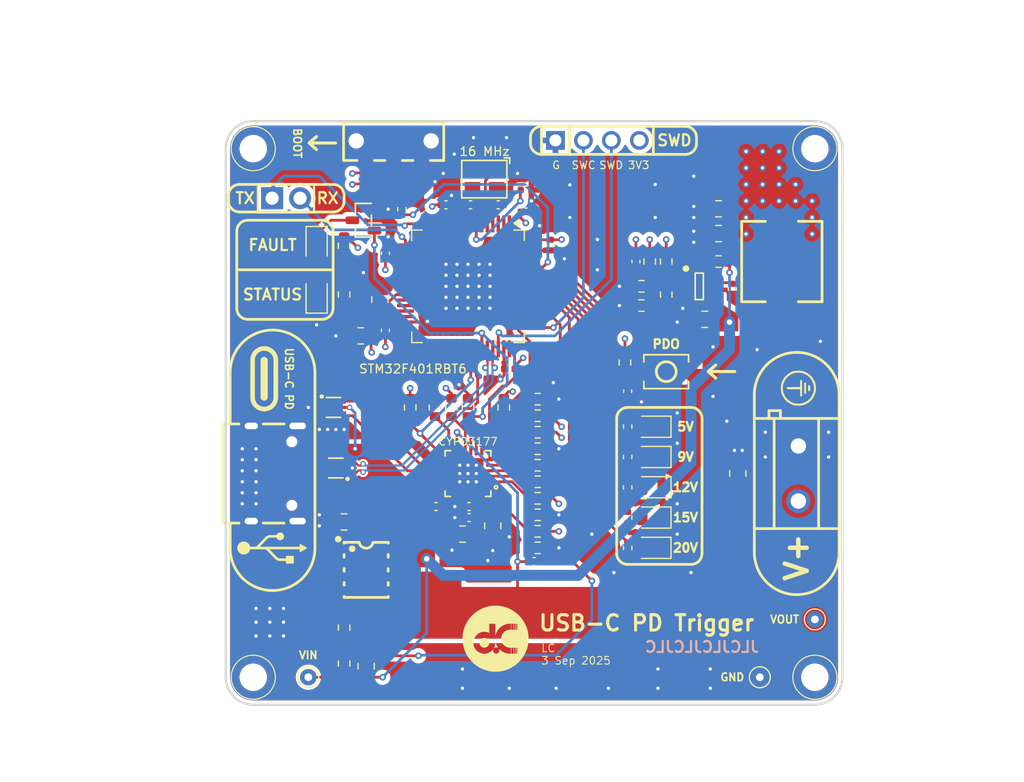
<source format=kicad_pcb>
(kicad_pcb (version 20241229) (generator "pcbnew") (generator_version "9.0")
  (layers (0 "F.Cu" signal) (4 "In1.Cu" signal) (6 "In2.Cu" signal) (2 "B.Cu" signal) (13 "F.Paste" user) (15 "B.Paste" user) (5 "F.SilkS" user "F.Silkscreen") (7 "B.SilkS" user "B.Silkscreen") (1 "F.Mask" user) (3 "B.Mask" user) (25 "Edge.Cuts" user))
  (net 0 "")
  (net 1 "GND")
  (net 2 "/NRST")
  (net 3 "/VCAP1")
  (net 4 "+3V3_MCU")
  (net 5 "/HSE_IN")
  (net 6 "/HSE_OUT")
  (net 7 "/VBUS")
  (net 8 "+3V3")
  (net 9 "/PDC_VCCD")
  (net 10 "Net-(C18-Pad2)")
  (net 11 "Net-(U4-BS)")
  (net 12 "/BUCK_FB")
  (net 13 "Net-(D1-A)")
  (net 14 "Net-(D2-K)")
  (net 15 "Net-(D2-A)")
  (net 16 "/SWCLK")
  (net 17 "/SWDIO")
  (net 18 "/PD_FAULT")
  (net 19 "/SW_BOOT0")
  (net 20 "/BOOT0")
  (net 21 "/VBUS_MAX")
  (net 22 "/VBUS_MIN")
  (net 23 "/ISINK_COAR")
  (net 24 "/ISINK_FINE")
  (net 25 "/I2C3_SCL")
  (net 26 "/I2C3_SDA")
  (net 27 "/VBUS_FET_EN")
  (net 28 "/PD_INT")
  (net 29 "/PD_FLIP")
  (net 30 "/SAFE_PWR_EN")
  (net 31 "/PD_SAFE")
  (net 32 "Net-(U4-EN)")
  (net 33 "Net-(R22-Pad2)")
  (net 34 "/BUCK_FS")
  (net 36 "/USB_D+")
  (net 38 "/USB_D-")
  (net 62 "/PD_GPIO")
  (net 66 "/CC1")
  (net 71 "/CC2")
  (net 72 "/STATUS_LED")
  (net 73 "Net-(Q1-G1)")
  (net 76 "/LOAD_SOURCE")
  (net 77 "/V_BUS_OUT")
  (net 78 "/LX")
  (net 79 "/MODE_BTN")
  (net 80 "Net-(D3-A)")
  (net 81 "Net-(D4-A)")
  (net 82 "Net-(D5-A)")
  (net 83 "Net-(D6-A)")
  (net 84 "Net-(D7-A)")
  (net 85 "/LED_PDO1")
  (net 86 "/LED_PDO2")
  (net 87 "/LED_PDO3")
  (net 88 "/LED_PDO4")
  (net 89 "/LED_PDO5")
  (net 90 "/UART_RX")
  (net 91 "/UART_TX")
  (footprint "Resistor_SMD:R_0603_1608Metric" (layer "F.Cu") (at 137.25 136 -90)
    (property "Reference" "R15" (hide yes))
    (property "Value" "2k2" (hide yes))
  )
  (footprint "LED_SMD:LED_0805_2012Metric" (layer "F.Cu") (at 165.25 120.5 180)
    (property "Reference" "D4" (hide yes))
    (property "Value" "YEL" (hide yes))
  )
  (footprint "libs:HDR-TH_2P-P2.54-V-M" (layer "F.Cu") (at 131.98 97)
    (property "Reference" "J3" (hide yes))
    (property "Value" "Conn_01x02_Pin" (hide yes))
  )
  (footprint "Capacitor_SMD:C_0402_1005Metric" (layer "F.Cu") (at 163.75 102.75 -90)
    (property "Reference" "C25" (hide yes))
    (property "Value" "10p" (hide yes))
  )
  (footprint "libs:TQFN-24_L4.0-W4.0-P0.50-TL-EP2.8" (layer "F.Cu") (at 148.5 122 180)
    (property "Reference" "U2" (hide yes))
    (property "Value" "CYPD3177-24LQXQ" (hide yes))
  )
  (footprint "Capacitor_SMD:C_0805_2012Metric" (layer "F.Cu") (at 171.25 97.96 180)
    (property "Reference" "C24" (hide yes))
    (property "Value" "4.7u" (hide yes))
  )
  (footprint "Capacitor_SMD:C_0805_2012Metric" (layer "F.Cu") (at 139.25 139.5 90)
    (property "Reference" "C19" (hide yes))
    (property "Value" "4.7u" (hide yes))
  )
  (footprint "Resistor_SMD:R_0603_1608Metric" (layer "F.Cu") (at 162.75 111.925 -90)
    (property "Reference" "R27" (hide yes))
    (property "Value" "20k" (hide yes))
  )
  (footprint "MountingHole:MountingHole_2.2mm_M2" (layer "F.Cu") (at 180 92.5)
    (property "Reference" "H2" (hide yes))
    (property "Value" "MountingHole" (hide yes))
  )
  (footprint "LOGO" (layer "F.Cu") (at 178.5 114.25 90)
    (property "Reference" "G***" (hide yes))
    (property "Value" "LOGO" (hide yes))
  )
  (footprint "Resistor_SMD:R_0603_1608Metric" (layer "F.Cu") (at 154.825 116.75 180)
    (property "Reference" "R10" (hide yes))
    (property "Value" "DNP" (hide yes))
  )
  (footprint "dKiCadLib:dcLogo" (layer "F.Cu") (at 151 137)
    (property "Reference" "G***" (hide yes))
    (property "Value" "LOGO" (hide yes))
  )
  (footprint "Resistor_SMD:R_0603_1608Metric" (layer "F.Cu") (at 164.25 106.75 180)
    (property "Reference" "R23" (hide yes))
    (property "Value" "20k" (hide yes))
  )
  (footprint "libs:SOT-666-6_L1.6-W1.2-P0.50-LS1.6-BR" (layer "F.Cu") (at 136.5 121.5)
    (property "Reference" "D8" (hide yes))
    (property "Value" "USBLC6-2P6" (hide yes))
  )
  (footprint "Capacitor_SMD:C_0805_2012Metric" (layer "F.Cu") (at 150.75 126.75 -90)
    (property "Reference" "C17" (hide yes))
    (property "Value" "4.7u" (hide yes))
  )
  (footprint "Capacitor_SMD:C_0402_1005Metric" (layer "F.Cu") (at 146.5 97.6)
    (property "Reference" "C3" (hide yes))
    (property "Value" "100n" (hide yes))
  )
  (footprint "Capacitor_SMD:C_0402_1005Metric" (layer "F.Cu") (at 172.5 105.25 -90)
    (property "Reference" "C22" (hide yes))
    (property "Value" "100n" (hide yes))
  )
  (footprint "Capacitor_SMD:C_0402_1005Metric" (layer "F.Cu") (at 141 102 90)
    (property "Reference" "C7" (hide yes))
    (property "Value" "100n" (hide yes))
  )
  (footprint "Resistor_SMD:R_0603_1608Metric" (layer "F.Cu") (at 154.825 119.75)
    (property "Reference" "R8" (hide yes))
    (property "Value" "2k2" (hide yes))
  )
  (footprint "TestPoint:TestPoint_THTPad_D1.5mm_Drill0.7mm" (layer "F.Cu") (at 175 140.5)
    (property "Reference" "TP3" (hide yes))
    (property "Value" "TestPoint" (hide yes))
  )
  (footprint "Capacitor_SMD:C_0805_2012Metric" (layer "F.Cu") (at 137.25 126.4 180)
    (property "Reference" "C12" (hide yes))
    (property "Value" "4.7u" (hide yes))
  )
  (footprint "Capacitor_SMD:C_0402_1005Metric" (layer "F.Cu") (at 156 101.25 -90)
    (property "Reference" "C6" (hide yes))
    (property "Value" "100n" (hide yes))
  )
  (footprint "Resistor_SMD:R_0603_1608Metric" (layer "F.Cu") (at 165 102.75 -90)
    (property "Reference" "R24" (hide yes))
    (property "Value" "20k" (hide yes))
  )
  (footprint "LOGO" (layer "F.Cu") (at 130 113.4 90)
    (property "Reference" "G***" (hide yes))
    (property "Value" "LOGO" (hide yes))
  )
  (footprint "Capacitor_SMD:C_0402_1005Metric" (layer "F.Cu") (at 148.6 126 180)
    (property "Reference" "C16" (hide yes))
    (property "Value" "100n" (hide yes))
  )
  (footprint "Resistor_SMD:R_0402_1005Metric" (layer "F.Cu") (at 163 120.5 -90)
    (property "Reference" "R29" (hide yes))
    (property "Value" "1k5" (hide yes))
  )
  (footprint "Resistor_SMD:R_0603_1608Metric" (layer "F.Cu") (at 143.25 116 -90)
    (property "Reference" "R13" (hide yes))
    (property "Value" "2k2" (hide yes))
  )
  (footprint "MountingHole:MountingHole_2.2mm_M2" (layer "F.Cu") (at 180 140.5)
    (property "Reference" "H3" (hide yes))
    (property "Value" "MountingHole" (hide yes))
  )
  (footprint "libs:SW-SMD_L3.9-W3.0-P4.45" (layer "F.Cu") (at 166.5 112.75 180)
    (property "Reference" "SW2" (hide yes))
    (property "Value" "SW_Push" (hide yes))
  )
  (footprint "Capacitor_SMD:C_0402_1005Metric" (layer "F.Cu") (at 153.77 98.25)
    (property "Reference" "C8" (hide yes))
    (property "Value" "100n" (hide yes))
  )
  (footprint "Resistor_SMD:R_0603_1608Metric" (layer "F.Cu") (at 166.5 102.75 -90)
    (property "Reference" "R25" (hide yes))
    (property "Value" "20k" (hide yes))
  )
  (footprint "LED_SMD:LED_0805_2012Metric" (layer "F.Cu") (at 134.75 101.25 -90)
    (property "Reference" "D2" (hide yes))
    (property "Value" "RED" (hide yes))
  )
  (footprint "Capacitor_SMD:C_0402_1005Metric" (layer "F.Cu") (at 151.25 97.6)
    (property "Reference" "C10" (hide yes))
    (property "Value" "10p" (hide yes))
  )
  (footprint "Resistor_SMD:R_0603_1608Metric" (layer "F.Cu") (at 145.5 116 -90)
    (property "Reference" "R14" (hide yes))
    (property "Value" "2k2" (hide yes))
  )
  (footprint "LOGO" (layer "F.Cu") (at 130.749999 128.775001)
    (property "Reference" "G***" (hide yes))
    (property "Value" "LOGO" (hide yes))
  )
  (footprint "LED_SMD:LED_0805_2012Metric" (layer "F.Cu") (at 165.25 126 180)
    (property "Reference" "D6" (hide yes))
    (property "Value" "YEL" (hide yes))
  )
  (footprint "LED_SMD:LED_0805_2012Metric" (layer "F.Cu") (at 165.25 128.75 180)
    (property "Reference" "D7" (hide yes))
    (property "Value" "YEL" (hide yes))
  )
  (footprint "Resistor_SMD:R_0603_1608Metric" (layer "F.Cu") (at 137.25 139.25 90)
    (property "Reference" "R17" (hide yes))
    (property "Value" "20k" (hide yes))
  )
  (footprint "Capacitor_SMD:C_0402_1005Metric" (layer "F.Cu") (at 153.77 96.25)
    (property "Reference" "C1" (hide yes))
    (property "Value" "100n" (hide yes))
  )
  (footprint "Resistor_SMD:R_0603_1608Metric" (layer "F.Cu") (at 154.825 118.25 180)
    (property "Reference" "R7" (hide yes))
    (property "Value" "2k2" (hide yes))
  )
  (footprint "Resistor_SMD:R_0603_1608Metric" (layer "F.Cu") (at 154.825 125.75)
    (property "Reference" "R4" (hide yes))
    (property "Value" "2k2" (hide yes))
  )
  (footprint "Capacitor_SMD:C_0805_2012Metric" (layer "F.Cu") (at 171.25 100.21 180)
    (property "Reference" "C23" (hide yes))
    (property "Value" "4.7u" (hide yes))
  )
  (footprint "libs:SOT-666-6_L1.6-W1.2-P0.50-LS1.6-BR" (layer "F.Cu") (at 136.28 116 180)
    (property "Reference" "D9" (hide yes))
    (property "Value" "USBLC6-2P6" (hide yes))
  )
  (footprint "Resistor_SMD:R_0603_1608Metric" (layer "F.Cu") (at 154.825 121.25 180)
    (property "Reference" "R20" (hide yes))
    (property "Value" "2k2" (hide yes))
  )
  (footprint "libs:SOT-23-3_L2.9-W1.3-P1.90-LS2.4-BR" (layer "F.Cu") (at 139 99)
    (property "Reference" "Q3" (hide yes))
    (property "Value" "NMOS" (hide yes))
  )
  (footprint "libs:CONN-TH_P5.00_KF301-5.0-2P" (layer "F.Cu") (at 178.5 122 90)
    (property "Reference" "U3" (hide yes))
    (property "Value" "TERM_BLK" (hide yes))
  )
  (footprint "libs:SW-SMD_K3-1280S-K1" (layer "F.Cu") (at 141.75 95.2025 90)
    (property "Reference" "SW1" (hide yes))
    (property "Value" "SW_SPDT" (hide yes))
  )
  (footprint "Capacitor_SMD:C_0402_1005Metric" (layer "F.Cu") (at 163 114.52 -90)
    (property "Reference" "C26" (hide yes))
    (property "Value" "1u" (hide yes))
  )
  (footprint "libs:NEW_USB-C-SMD_TYPE-C-6PIN-2MD-073" (layer "F.Cu") (at 131.2 122 -90)
    (property "Reference" "J2" (hide yes))
    (property "Value" "USB_C_Receptacle_USB2.0_16P" (hide yes))
  )
  (footprint "libs:HDR-TH_4P-P2.54-V-M" (layer "F.Cu") (at 160.25 91.75)
    (property "Reference" "J1" (hide yes))
    (property "Value" "Conn_01x04_Pin" (hide yes))
  )
  (footprint "Capacitor_SMD:C_0402_1005Metric" (layer "F.Cu") (at 152.25 112.5 180)
    (property "Reference" "C5" (hide yes))
    (property "Value" "100n" (hide yes))
  )
  (footprint "Resistor_SMD:R_0603_1608Metric" (layer "F.Cu") (at 166.5 105.75 -90)
    (property "Reference" "R22" (hide yes))
    (property "Value" "20k" (hide yes))
  )
  (footprint "Resistor_SMD:R_0402_1005Metric" (layer "F.Cu") (at 142.5 98 -90)
    (property "Reference" "R2" (hide yes))
    (property "Value" "10k" (hide yes))
  )
  (footprint "Capacitor_SMD:C_0402_1005Metric" (layer "F.Cu") (at 145.6 125)
    (property "Reference" "C13" (hide yes))
    (property "Value" "100n" (hide yes))
  )
  (footprint "LED_SMD:LED_0805_2012Metric" (layer "F.Cu") (at 165.25 123.25 180)
    (property "Reference" "D5" (hide yes))
    (property "Value" "YEL" (hide yes))
  )
  (footprint "Resistor_SMD:R_0603_1608Metric" (layer "F.Cu") (at 171.25 102.75 180)
    (property "Reference" "R21" (hide yes))
    (property "Value" "20k" (hide yes))
  )
  (footprint "Resistor_SMD:R_0603_1608Metric" (layer "F.Cu") (at 164.25 105 180)
    (property "Reference" "R26" (hide yes))
    (property "Value" "2k2" (hide yes))
  )
  (footprint "Capacitor_SMD:C_0805_2012Metric" (layer "F.Cu") (at 148 127.5 180)
    (property "Reference" "C14" (hide yes))
    (property "Value" "4.7u" (hide yes))
  )
  (footprint "LOGO" (layer "F.Cu") (at 135.25 92 180)
    (property "Reference" "G***" (hide yes))
    (property "Value" "LOGO" (hide yes))
  )
  (footprint "Capacitor_SMD:C_0805_2012Metric" (layer "F.Cu") (at 170 108 180)
    (property "Reference" "C21" (hide yes))
    (property "Value" "4.7u" (hide yes))
  )
  (footprint "libs:TSOT-23-8_L2.9-W1.6-P0.65-LS2.8-BR" (layer "F.Cu") (at 169.5 105 180)
    (property "Reference" "U4" (hide yes))
    (property "Value" "SY8303AIC" (hide yes))
  )
  (footprint "Resistor_SMD:R_0603_1608Metric" (layer "F.Cu") (at 154.825 115.25)
    (property "Reference" "R9" (hide yes))
    (property "Value" "2k2" (hide yes))
  )
  (footprint "Resistor_SMD:R_0603_1608Metric" (layer "F.Cu") (at 137.25 101.3125 -90)
    (property "Reference" "R12" (hide yes))
    (property "Value" "2k2" (hide yes))
  )
  (footprint "MountingHole:MountingHole_2.2mm_M2" (layer "F.Cu") (at 129 92.5)
    (property "Reference" "H1" (hide yes))
    (property "Value" "MountingHole" (hide yes))
  )
  (footprint "Capacitor_SMD:C_0805_2012Metric" (layer "F.Cu") (at 140.5 106.2 90)
    (property "Reference" "C2" (hide yes))
    (property "Value" "4.7u" (hide yes))
  )
  (footprint "MountingHole:MountingHole_2.2mm_M2" (layer "F.Cu") (at 129 140.5)
    (property "Reference" "H4" (hide yes))
    (property "Value" "MountingHole" (hide yes))
  )
  (footprint "Capacitor_SMD:C_0402_1005Metric" (layer "F.Cu") (at 148.6 125 180)
    (property "Reference" "C15" (hide yes))
    (property "Value" "100n" (hide yes))
  )
  (footprint "LOGO" (layer "F.Cu") (at 171.5 112.75 180)
    (property "Reference" "G***" (hide yes))
    (property "Value" "LOGO" (hide yes))
  )
  (footprint "libs:OSC-SMD_4P-L3.2-W2.5-BL" (layer "F.Cu") (at 150 95.25 180)
    (property "Reference" "Y1" (hide yes))
    (property "Value" "16MHz" (hide yes))
  )
  (footprint "Resistor_SMD:R_0603_1608Metric" (layer "F.Cu") (at 154.825 124.25 180)
    (property "Reference" "R3" (hide yes))
    (property "Value" "2k2" (hide yes))
  )
  (footprint "libs:IND-SMD_L7.3-W7.3" (layer "F.Cu") (at 177 102.75 90)
    (property "Reference" "L1" (hide yes))
    (property "Value" "47u" (hide yes))
  )
  (footprint "Resistor_SMD:R_0402_1005Metric" (layer "F.Cu") (at 163 128.76 -90)
    (property "Reference" "R32" (hide yes))
    (property "Value" "1k5" (hide yes))
  )
  (footprint "LED_SMD:LED_0805_2012Metric" (layer "F.Cu") (at 134.75 105.75 90)
    (property "Reference" "D1" (hide yes))
    (property "Value" "RED" (hide yes))
  )
  (footprint "Resistor_SMD:R_0603_1608Metric" (layer "F.Cu") (at 154.825 122.75 180)
    (property "Reference" "R16" (hide yes))
    (property "Value" "2k2" (hide yes))
  )
  (footprint "Capacitor_SMD:C_0402_1005Metric" (layer "F.Cu") (at 154.5 130)
    (property "Reference" "C18" (hide yes))
    (property "Value" "100n" (hide yes))
  )
  (footprint "Capacitor_SMD:C_0402_1005Metric" (layer "F.Cu") (at 148.73 97.6 180)
    (property "Reference" "C11" (hide yes))
    (property "Value" "10p" (hide yes))
  )
  (footprint "Resistor_SMD:R_0402_1005Metric" (layer "F.Cu") (at 163 123.26 -90)
    (property "Reference" "R30" (hide yes))
    (property "Value" "1k5" (hide yes))
  )
  (footprint "Resistor_SMD:R_0603_1608Metric" (layer "F.Cu") (at 137.25 105.75 90)
    (property "Reference" "R1" (hide yes))
    (property "Value" "2k2" (hide yes))
  )
  (footprint "LED_SMD:LED_0805_2012Metric" (layer "F.Cu") (at 165.25 117.75 180)
    (property "Reference" "D3" (hide yes))
    (property "Value" "YEL" (hide yes))
  )
  (footprint "Resistor_SMD:R_0603_1608Metric" (layer "F.Cu") (at 151.75 116 -90)
    (property "Reference" "R18" (hide yes))
    (property "Value" "2k2" (hide yes))
  )
  (footprint "Resistor_SMD:R_0603_1608Metric" (layer "F.Cu") (at 154.825 127.25 180)
    (property "Reference" "R5" (hide yes))
    (property "Value" "2k2" (hide yes))
  )
  (footprint "TestPoint:TestPoint_THTPad_D1.5mm_Drill0.7mm" (layer "F.Cu") (at 180 135.25)
    (property "Reference" "TP3" (hide yes))
    (property "Value" "TestPoint" (hide yes))
  )
  (footprint "Resistor_SMD:R_0402_1005Metric" (layer "F.Cu") (at 163 117.74 -90)
    (property "Reference" "R28" (hide yes))
    (property "Value" "1k5" (hide yes))
  )
  (footprint "Capacitor_SMD:C_0805_2012Metric" (layer "F.Cu") (at 173 122 90)
    (property "Reference" "C20" (hide yes))
    (property "Value" "4.7u" (hide yes))
  )
  (footprint "Resistor_SMD:R_0603_1608Metric" (layer "F.Cu") (at 147 116 -90)
    (property "Reference" "R19" (hide yes))
    (property "Value" "2k2" (hide yes))
  )
  (footprint "Capacitor_SMD:C_0805_2012Metric" (layer "F.Cu") (at 138.75 109.5 180)
    (property "Reference" "C9" (hide yes))
    (property "Value" "4.7u" (hide yes))
  )
  (footprint "Resistor_SMD:R_0603_1608Metric" (layer "F.Cu") (at 154.825 128.75)
    (property "Reference" "R6" (hide yes))
    (property "Value" "2k2" (hide yes))
  )
  (footprint "Resistor_SMD:R_0402_1005Metric" (layer "F.Cu") (at 163 126 -90)
    (property "Reference" "R31" (hide yes))
    (property "Value" "1k5" (hide yes))
  )
  (footprint "TestPoint:TestPoint_THTPad_D1.5mm_Drill0.7mm" (layer "F.Cu") (at 134 140.5)
    (property "Reference" "TP3" (hide yes))
    (property "Value" "TestPoint" (hide yes))
  )
  (footprint "Capacitor_SMD:C_0402_1005Metric" (layer "F.Cu") (at 141 109 90)
    (property "Reference" "C4" (hide yes))
    (property "Value" "100n" (hide yes))
  )
  (footprint "Package_QFP:LQFP-64_10x10mm_P0.5mm" (layer "F.Cu") (at 148.5 105 -90)
    (property "Reference" "U1" (hide yes))
    (property "Value" "STM32F401RBT6" (hide yes))
  )
  (footprint "Resistor_SMD:R_0603_1608Metric" (layer "F.Cu") (at 148.5 116 90)
    (property "Reference" "R11" (hide yes))
    (property "Value" "20k" (hide yes))
  )
  (footprint "libs:SO-8_L4.9-W3.9-P1.27-LS5.9-BL" (layer "F.Cu") (at 139.25 130.75 -90)
    (property "Reference" "Q1" (hide yes))
    (property "Value" "DMP3098LSD-13" (hide yes))
  )
  (gr_line (start 134.6 114.975) (end 134.6 112.825) (stroke (width 0.25)) (layer "F.SilkS"))
  (gr_arc (start 128.5 108) (mid 127.792893 107.707107) (end 127.5 107) (stroke (width 0.25)) (layer "F.SilkS"))
  (gr_line (start 129.44 95.75) (end 134.52 95.75) (stroke (width 0.25)) (layer "F.SilkS"))
  (gr_arc (start 163 130.25) (mid 162.292893 129.957107) (end 162 129.25) (stroke (width 0.25)) (layer "F.SilkS"))
  (gr_line (start 127.75 98.25) (end 129.41 98.25) (stroke (width 0.25)) (layer "F.SilkS"))
  (gr_line (start 136.25 100) (end 136.25 107) (stroke (width 0.25)) (layer "F.SilkS"))
  (gr_circle (center 129 140.5) (end 131 140.5) (stroke (width 0.1)) (fill no) (layer "F.SilkS"))
  (gr_line (start 134.6 114.975) (end 134.6 128.775) (stroke (width 0.25)) (layer "F.SilkS"))
  (gr_arc (start 169.25 92.02) (mid 168.957107 92.727107) (end 168.25 93.02) (stroke (width 0.25)) (layer "F.SilkS"))
  (gr_arc (start 155.17 93.02) (mid 154.462893 92.727107) (end 154.17 92.02) (stroke (width 0.25)) (layer "F.SilkS"))
  (gr_arc (start 136.25 107) (mid 135.957107 107.707107) (end 135.25 108) (stroke (width 0.25)) (layer "F.SilkS"))
  (gr_arc (start 174.5 114.85) (mid 175.627639 112.127639) (end 178.35 111) (stroke (width 0.25)) (layer "F.SilkS"))
  (gr_line (start 169.25 92.02) (end 169.25 91.48) (stroke (width 0.25)) (layer "F.SilkS"))
  (gr_line (start 134.52 95.75) (end 136.25 95.75) (stroke (width 0.25)) (layer "F.SilkS"))
  (gr_line (start 163 130.25) (end 168.75 130.25) (stroke (width 0.25)) (layer "F.SilkS"))
  (gr_line (start 127.5 100) (end 127.5 107) (stroke (width 0.25)) (layer "F.SilkS"))
  (gr_arc (start 135.25 99) (mid 135.957107 99.292893) (end 136.25 100) (stroke (width 0.25)) (layer "F.SilkS"))
  (gr_line (start 163 116) (end 168.75 116) (stroke (width 0.25)) (layer "F.SilkS"))
  (gr_arc (start 130.75 108.975) (mid 133.472361 110.102639) (end 134.6 112.825) (stroke (width 0.25)) (layer "F.SilkS"))
  (gr_line (start 154.17 91.48) (end 154.17 92.02) (stroke (width 0.25)) (layer "F.SilkS"))
  (gr_line (start 135.25 99) (end 128.5 99) (stroke (width 0.25)) (layer "F.SilkS"))
  (gr_line (start 174.5 117) (end 174.5 114.85) (stroke (width 0.25)) (layer "F.SilkS"))
  (gr_arc (start 178.35 133) (mid 175.627639 131.872361) (end 174.5 129.15) (stroke (width 0.25)) (layer "F.SilkS"))
  (gr_arc (start 168.75 116) (mid 169.457107 116.292893) (end 169.75 117) (stroke (width 0.25)) (layer "F.SilkS"))
  (gr_circle (center 129 92.5) (end 131 92.5) (stroke (width 0.1)) (fill no) (layer "F.SilkS"))
  (gr_arc (start 127.75 98.25) (mid 127.042893 97.957107) (end 126.75 97.25) (stroke (width 0.25)) (layer "F.SilkS"))
  (gr_line (start 182.2 127) (end 182.2 129.15) (stroke (width 0.25)) (layer "F.SilkS"))
  (gr_line (start 126.9 126.625) (end 126.9 128.775) (stroke (width 0.25)) (layer "F.SilkS"))
  (gr_line (start 126.75 96.75) (end 126.75 97.25) (stroke (width 0.25)) (layer "F.SilkS"))
  (gr_line (start 165.33 93.02) (end 168.25 93.02) (stroke (width 0.25)) (layer "F.SilkS"))
  (gr_arc (start 126.9 112.825) (mid 128.027639 110.102639) (end 130.75 108.975) (stroke (width 0.25)) (layer "F.SilkS"))
  (gr_line (start 174.5 127) (end 174.5 129.15) (stroke (width 0.25)) (layer "F.SilkS"))
  (gr_line (start 162 117) (end 162 129.25) (stroke (width 0.25)) (layer "F.SilkS"))
  (gr_line (start 137.25 96.75) (end 137.25 97.25) (stroke (width 0.25)) (layer "F.SilkS"))
  (gr_arc (start 154.17 91.48) (mid 154.462893 90.772893) (end 155.17 90.48) (stroke (width 0.25)) (layer "F.SilkS"))
  (gr_circle (center 180 140.5) (end 182 140.5) (stroke (width 0.1)) (fill no) (layer "F.SilkS"))
  (gr_line (start 182.2 117) (end 182.2 114.85) (stroke (width 0.25)) (layer "F.SilkS"))
  (gr_arc (start 126.75 96.75) (mid 127.042893 96.042893) (end 127.75 95.75) (stroke (width 0.25)) (layer "F.SilkS"))
  (gr_line (start 165.33 90.48) (end 168.25 90.48) (stroke (width 0.25)) (layer "F.SilkS"))
  (gr_arc (start 182.2 129.15) (mid 181.072361 131.872361) (end 178.35 133) (stroke (width 0.25)) (layer "F.SilkS"))
  (gr_line (start 126.9 117.5) (end 126.9 112.825) (stroke (width 0.25)) (layer "F.SilkS"))
  (gr_line (start 134.59 98.25) (end 136.25 98.25) (stroke (width 0.25)) (layer "F.SilkS"))
  (gr_arc (start 169.75 129.25) (mid 169.457107 129.957107) (end 168.75 130.25) (stroke (width 0.25)) (layer "F.SilkS"))
  (gr_circle (center 180 92.5) (end 182 92.5) (stroke (width 0.1)) (fill no) (layer "F.SilkS"))
  (gr_line (start 136.25 103.5) (end 127.5 103.5) (stroke (width 0.25)) (layer "F.SilkS"))
  (gr_arc (start 127.5 100) (mid 127.792893 99.292893) (end 128.5 99) (stroke (width 0.25)) (layer "F.SilkS"))
  (gr_arc (start 178.35 111) (mid 181.072361 112.127639) (end 182.2 114.85) (stroke (width 0.25)) (layer "F.SilkS"))
  (gr_arc (start 168.25 90.48) (mid 168.957107 90.772893) (end 169.25 91.48) (stroke (width 0.25)) (layer "F.SilkS"))
  (gr_arc (start 136.25 95.75) (mid 136.957107 96.042893) (end 137.25 96.75) (stroke (width 0.25)) (layer "F.SilkS"))
  (gr_line (start 169.75 117) (end 169.75 129.25) (stroke (width 0.25)) (layer "F.SilkS"))
  (gr_arc (start 137.25 97.25) (mid 136.957107 97.957107) (end 136.25 98.25) (stroke (width 0.25)) (layer "F.SilkS"))
  (gr_line (start 129.42 98.27) (end 134.5 98.27) (stroke (width 0.25)) (layer "F.SilkS"))
  (gr_line (start 129.44 95.75) (end 127.75 95.75) (stroke (width 0.25)) (layer "F.SilkS"))
  (gr_arc (start 162 117) (mid 162.292893 116.292893) (end 163 116) (stroke (width 0.25)) (layer "F.SilkS"))
  (gr_arc (start 134.6 128.775) (mid 133.472361 131.497361) (end 130.75 132.625) (stroke (width 0.25)) (layer "F.SilkS"))
  (gr_arc (start 130.75 132.625) (mid 128.027639 131.497361) (end 126.9 128.775) (stroke (width 0.25)) (layer "F.SilkS"))
  (gr_line (start 135.25 108) (end 128.5 108) (stroke (width 0.25)) (layer "F.SilkS"))
  (gr_arc (start 182.5 140.5) (mid 181.767767 142.267767) (end 180 143) (stroke (width 0.2)) (layer "Edge.Cuts"))
  (gr_arc (start 126.5 92.5) (mid 127.232233 90.732233) (end 129 90) (stroke (width 0.2)) (layer "Edge.Cuts"))
  (gr_line (start 129 90) (end 180 90) (stroke (width 0.2)) (layer "Edge.Cuts"))
  (gr_line (start 180 143) (end 129 143) (stroke (width 0.2)) (layer "Edge.Cuts"))
  (gr_arc (start 180 90) (mid 181.767767 90.732233) (end 182.5 92.5) (stroke (width 0.2)) (layer "Edge.Cuts"))
  (gr_arc (start 129 143) (mid 127.232233 142.267767) (end 126.5 140.5) (stroke (width 0.2)) (layer "Edge.Cuts"))
  (gr_line (start 126.5 92.5) (end 126.5 140.5) (stroke (width 0.2)) (layer "Edge.Cuts"))
  (gr_line (start 182.5 92.5) (end 182.5 140.5) (stroke (width 0.2)) (layer "Edge.Cuts"))
  (gr_text "9V" (at 168.25 120.5 0) (layer "F.SilkS") (effects (font (size 0.8 0.8) (thickness 0.2) (bold yes))))
  (gr_text "STATUS" (at 130.75 105.75 0) (layer "F.SilkS") (effects (font (size 1 1) (thickness 0.2) (bold yes))))
  (gr_text "12V" (at 168.25 123.25 0) (layer "F.SilkS") (effects (font (size 0.8 0.8) (thickness 0.2) (bold yes))))
  (gr_text "SWD" (at 161.5 94 0) (layer "F.SilkS") (effects (font (size 0.7 0.7) (thickness 0.1))))
  (gr_text "STM32F401RBT6" (at 143.5 112.5 0) (layer "F.SilkS") (effects (font (size 0.8 0.8) (thickness 0.12))))
  (gr_text "15V" (at 168.25 126 0) (layer "F.SilkS") (effects (font (size 0.8 0.8) (thickness 0.2) (bold yes))))
  (gr_text "USB-C PD" (at 132.25 113.4 270) (layer "F.SilkS") (effects (font (size 0.7 0.7) (thickness 0.15) (bold yes))))
  (gr_text "CYPD3177" (at 148.5 119.1 0) (layer "F.SilkS") (effects (font (size 0.7 0.7) (thickness 0.1))))
  (gr_text "16 MHz" (at 150 92.75 0) (layer "F.SilkS") (effects (font (size 0.8 0.8) (thickness 0.12) (bold yes))))
  (gr_text "20V" (at 168.25 128.75 0) (layer "F.SilkS") (effects (font (size 0.8 0.8) (thickness 0.2) (bold yes))))
  (gr_text "V+" (at 178.35 129.6 90) (layer "F.SilkS") (effects (font (size 2 2) (thickness 0.4) (bold yes))))
  (gr_text "BOOT" (at 133 92 270) (layer "F.SilkS") (effects (font (size 0.7 0.7) (thickness 0.15) (bold yes))))
  (gr_text "VIN" (at 134 138.5 0) (layer "F.SilkS") (effects (font (size 0.7 0.7) (thickness 0.15) (bold yes))))
  (gr_text "VOUT" (at 177.25 135.25 0) (layer "F.SilkS") (effects (font (size 0.7 0.7) (thickness 0.15) (bold yes))))
  (gr_text "PDO" (at 166.5 110.25 0) (layer "F.SilkS") (effects (font (size 0.8 0.8) (thickness 0.2) (bold yes))))
  (gr_text "USB-C PD Trigger" (at 154.8 136.4 0) (layer "F.SilkS") (effects (font (size 1.4 1.4) (thickness 0.28) (bold yes)) (justify left bottom)))
  (gr_text "RX" (at 135.75 97 0) (layer "F.SilkS") (effects (font (size 1 1) (thickness 0.2) (bold yes))))
  (gr_text "GND" (at 172.5 140.5 0) (layer "F.SilkS") (effects (font (size 0.7 0.7) (thickness 0.15) (bold yes))))
  (gr_text "SWC" (at 159 94 0) (layer "F.SilkS") (effects (font (size 0.7 0.7) (thickness 0.1))))
  (gr_text "TX" (at 128.25 97 0) (layer "F.SilkS") (effects (font (size 1 1) (thickness 0.2) (bold yes))))
  (gr_text "3V3" (at 164 94 0) (layer "F.SilkS") (effects (font (size 0.7 0.7) (thickness 0.1))))
  (gr_text "FAULT" (at 130.75 101.25 0) (layer "F.SilkS") (effects (font (size 1 1) (thickness 0.2) (bold yes))))
  (gr_text "SWD" (at 167.25 91.75 0) (layer "F.SilkS") (effects (font (size 1 1) (thickness 0.2) (bold yes))))
  (gr_text "5V" (at 168.25 117.75 0) (layer "F.SilkS") (effects (font (size 0.8 0.8) (thickness 0.2) (bold yes))))
  (gr_text "G" (at 156.5 94 0) (layer "F.SilkS") (effects (font (size 0.7 0.7) (thickness 0.1))))
  (gr_text "LC\n3 Sep 2025" (at 155.1 139.4 0) (layer "F.SilkS") (effects (font (size 0.7 0.7) (thickness 0.0875)) (justify left bottom)))
  (gr_text "JLCJLCJLCJLC" (at 169.75 137.75 0) (layer "B.SilkS") (effects (font (size 1 1) (thickness 0.2) (bold yes)) (justify mirror)))
  (segment (start 146.98 96.77) (end 147 96.75) (width 0.5) (layer "F.Cu") (net 1))
  (segment (start 146.75 99.325) (end 146.75 97.83) (width 0.25) (layer "F.Cu") (net 1))
  (segment (start 155.98 101.75) (end 156 101.73) (width 0.25) (layer "F.Cu") (net 1))
  (segment (start 147.25 124.95) (end 147.25 123.97) (width 0.25) (layer "F.Cu") (net 1))
  (segment (start 148.12 125) (end 148.75 124.37) (width 0.2) (layer "F.Cu") (net 1))
  (segment (start 146.98 97.6) (end 146.98 96.77) (width 0.5) (layer "F.Cu") (net 1))
  (segment (start 141.23 101.75) (end 142.825 101.75) (width 0.25) (layer "F.Cu") (net 1))
  (segment (start 141 108.52) (end 141.27 108.25) (width 0.25) (layer "F.Cu") (net 1))
  (segment (start 155.65 119.75) (end 156.75 119.75) (width 0.25) (layer "F.Cu") (net 1))
  (segment (start 141.27 108.25) (end 142.825 108.25) (width 0.25) (layer "F.Cu") (net 1))
  (segment (start 148.5 114.75) (end 147.683058 113.933058) (width 0.25) (layer "F.Cu") (net 1))
  (segment (start 148.75 122.25) (end 148.5 122) (width 0.25) (layer "F.Cu") (net 1))
  (segment (start 147.25 123.25) (end 148.5 122) (width 0.25) (layer "F.Cu") (net 1))
  (segment (start 151.73 96.76) (end 151.1 96.13) (width 0.25) (layer "F.Cu") (net 1))
  (segment (start 141 101.52) (end 141.23 101.75) (width 0.25) (layer "F.Cu") (net 1))
  (segment (start 133.58 125.2) (end 134.45 125.2) (width 0.5) (layer "F.Cu") (net 1))
  (segment (start 147.3 125) (end 147.25 124.95) (width 0.25) (layer "F.Cu") (net 1))
  (segment (start 151.73 97.6) (end 151.73 96.76) (width 0.25) (layer "F.Cu") (net 1))
  (segment (start 148.75 123.97) (end 148.75 122.25) (width 0.25) (layer "F.Cu") (net 1))
  (segment (start 148.75 124.37) (end 148.75 123.97) (width 0.2) (layer "F.Cu") (net 1))
  (segment (start 134.45 125.2) (end 135 125.75) (width 0.5) (layer "F.Cu") (net 1))
  (segment (start 154.175 101.75) (end 155.98 101.75) (width 0.25) (layer "F.Cu") (net 1))
  (segment (start 148.5 115.175) (end 148.5 114.75) (width 0.25) (layer "F.Cu") (net 1))
  (segment (start 163.425 105) (end 162.25 105) (width 0.25) (layer "F.Cu") (net 1))
  (segment (start 142.825 108.25) (end 144.75 108.25) (width 0.25) (layer "F.Cu") (net 1))
  (segment (start 152.2 127.7) (end 152.25 127.75) (width 0.2) (layer "F.Cu") (net 1))
  (segment (start 155.65 125.75) (end 156.75 125.75) (width 0.25) (layer "F.Cu") (net 1))
  (segment (start 151.62 96.13) (end 153 94.75) (width 0.25) (layer "F.Cu") (net 1))
  (segment (start 155.65 128.75) (end 156.75 128.75) (width 0.25) (layer "F.Cu") (net 1))
  (segment (start 141 100.75) (end 141.25 100.5) (width 0.25) (layer "F.Cu") (net 1))
  (segment (start 133.58 118.8) (end 134.2 118.8) (width 0.5) (layer "F.Cu") (net 1))
  (segment (start 151.77 113.096116) (end 151.433058 113.433058) (width 0.25) (layer "F.Cu") (net 1))
  (segment (start 151.77 112.5) (end 151.77 110.695) (width 0.25) (layer "F.Cu") (net 1))
  (segment (start 151.77 110.695) (end 151.75 110.675) (width 0.25) (layer "F.Cu") (net 1))
  (segment (start 146.75 97.83) (end 146.98 97.6) (width 0.25) (layer "F.Cu") (net 1))
  (segment (start 151.77 112.5) (end 151.77 113.096116) (width 0.25) (layer "F.Cu") (net 1))
  (segment (start 137.22 121.5) (end 138 121.5) (width 0.25) (layer "F.Cu") (net 1))
  (segment (start 147.25 123.97) (end 147.25 123.25) (width 0.25) (layer "F.Cu") (net 1))
  (segment (start 163.425 106.75) (end 162.25 106.75) (width 0.25) (layer "F.Cu") (net 1))
  (segment (start 144.75 108.25) (end 144.816942 108.183058) (width 0.25) (layer "F.Cu") (net 1))
  (segment (start 135.56 116) (end 134 116) (width 0.25) (layer "F.Cu") (net 1))
  (segment (start 151.1 96.13) (end 151.62 96.13) (width 0.25) (layer "F.Cu") (net 1))
  (segment (start 141 101.52) (end 141 100.75) (width 0.25) (layer "F.Cu") (net 1))
  (segment (start 134.2 118.8) (end 135 118) (width 0.5) (layer "F.Cu") (net 1))
  (via (at 174.75 110.75) (size 0.6) (drill 0.3) (layers "F.Cu" "B.Cu") (net 1))
  (via (at 172 117.25) (size 0.6) (drill 0.3) (layers "F.Cu" "B.Cu") (net 1))
  (via (at 147.3 125) (size 0.6) (drill 0.3) (layers "F.Cu" "B.Cu") (net 1))
  (via (at 129.25 123.75) (size 0.6) (drill 0.3) (layers "F.Cu" "B.Cu") (net 1))
  (via (at 147.3 126) (size 0.6) (drill 0.3) (layers "F.Cu" "B.Cu") (net 1))
  (via (at 129.25 135.5) (size 0.6) (drill 0.3) (layers "F.Cu" "B.Cu") (net 1))
  (via (at 129.25 120.75) (size 0.6) (drill 0.3) (layers "F.Cu" "B.Cu") (net 1))
  (via (at 141.25 98) (size 0.6) (drill 0.3) (layers "F.Cu" "B.Cu") (net 1))
  (via (at 150.5 106) (size 0.6) (drill 0.3) (layers "F.Cu" "B.Cu") (net 1))
  (via (at 152.25 141.5) (size 0.6) (drill 0.3) (layers "F.Cu" "B.Cu") (net 1))
  (via (at 130.5 134.25) (size 0.6) (drill 0.3) (layers "F.Cu" "B.Cu") (net 1))
  (via (at 162.25 106.75) (size 0.6) (drill 0.3) (layers "F.Cu" "B.Cu") (net 1))
  (via (at 152 91.5) (size 0.6) (drill 0.3) (layers "F.Cu" "B.Cu") (net 1))
  (via (at 157.75 95.79) (size 0.6) (drill 0.3) (layers "F.Cu" "B.Cu") (net 1))
  (via (at 146.25 94.75) (size 0.6) (drill 0.3) (layers "F.Cu" "B.Cu") (net 1))
  (via (at 141.25 100.5) (size 0.6) (drill 0.3) (layers "F.Cu" "B.Cu") (net 1))
  (via (at 131.75 134.25) (size 0.6) (drill 0.3) (layers "F.Cu" "B.Cu") (net 1))
  (via (at 165.5 98.75) (size 0.6) (drill 0.3) (layers "F.Cu" "B.Cu") (net 1))
  (via (at 172.7 119.9) (size 0.6) (drill 0.3) (layers "F.Cu" "B.Cu") (net 1))
  (via (at 157.75 98.75) (size 0.6) (drill 0.3) (layers "F.Cu" "B.Cu") (net 1))
  (via (at 146.5 105) (size 0.6) (drill 0.3) (layers "F.Cu" "B.Cu") (net 1))
  (via (at 181.25 120.5) (size 0.6) (drill 0.3) (layers "F.Cu" "B.Cu") (net 1))
  (via (at 150.5 107) (size 0.6) (drill 0.3) (layers "F.Cu" "B.Cu") (net 1))
  (via (at 165.75 139.75) (size 0.6) (drill 0.3) (layers "F.Cu" "B.Cu") (net 1))
  (via (at 129.25 136.75) (size 0.6) (drill 0.3) (layers "F.Cu" "B.Cu") (net 1))
  (via (at 147.25 93) (size 0.6) (drill 0.3) (layers "F.Cu" "B.Cu") (net 1))
  (via (at 147.75 121.25) (size 0.6) (drill 0.3) (layers "F.Cu" "B.Cu") (net 1))
  (via (at 147.05 128.95) (size 0.6) (drill 0.3) (layers "F.Cu" "B.Cu") (net 1))
  (via (at 148.5 104) (size 0.6) (drill 0.3) (layers "F.Cu" "B.Cu") (net 1))
  (via (at 170.75 110.5) (size 0.6) (drill 0.3) (layers "F.Cu" "B.Cu") (net 1))
  (via (at 147.683058 113.933058) (size 0.6) (drill 0.3) (layers "F.Cu" "B.Cu") (net 1))
  (via (at 154.25 97.25) (size 0.6) (drill 0.3) (layers "F.Cu" "B.Cu") (net 1))
  (via (at 150.5 105) (size 0.6) (drill 0.3) (layers "F.Cu" "B.Cu") (net 1))
  (via (at 156.75 125.75) (size 0.6) (drill 0.3) (layers "F.Cu" "B.Cu") (net 1))
  (via (at 156.25 113.75) (size 0.6) (drill 0.3) (layers "F.Cu" "B.Cu") (net 1))
  (via (at 149.5 105) (size 0.6) (drill 0.3) (layers "F.Cu" "B.Cu") (net 1))
  (via (at 148.5 107) (size 0.6) (drill 0.3) (layers "F.Cu" "B.Cu") (net 1))
  (via (at 136.5 109.5) (size 0.6) (drill 0.3) (layers "F.Cu" "B.Cu") (net 1))
  (via (at 164.25 115.5) (size 0.6) (drill 0.3) (layers "F.Cu" "B.Cu") (net 1))
  (via (at 159.75 127.5) (size 0.6) (drill 0.3) (layers "F.Cu" "B.Cu") (net 1))
  (via (at 175.5 120.5) (size 0.6) (drill 0.3) (layers "F.Cu" "B.Cu") (net 1))
  (via (at 165.5 95.75) (size 0.6) (drill 0.3) (layers "F.Cu" "B.Cu") (net 1))
  (via (at 168.75 131) (size 0.6) (drill 0.3) (layers "F.Cu" "B.Cu") (net 1))
  (via (at 146.5 106) (size 0.6) (drill 0.3) (layers "F.Cu" "B.Cu") (net 1))
  (via (at 147.5 106) (size 0.6) (drill 0.3) (layers "F.Cu" "B.Cu") (net 1))
  (via (at 169 101) (size 0.6) (drill 0.3) (layers "F.Cu" "B.Cu") (net 1))
  (via (at 156.75 128.75) (size 0.6) (drill 0.3) (layers "F.Cu" "B.Cu") (net 1))
  (via (at 148 139.75) (size 0.6) (drill 0.3) (layers "F.Cu" "B.Cu") (net 1))
  (via (at 129.25 122.75) (size 0.6) (drill 0.3) (layers "F.Cu" "B.Cu") (net 1))
  (via (at 173.4 119.9) (size 0.6) (drill 0.3) (layers "F.Cu" "B.Cu") (net 1))
  (via (at 148.5 122.75) (size 0.6) (drill 0.3) (layers "F.Cu" "B.Cu") (net 1))
  (via (at 153 94.75) (size 0.6) (drill 0.3) (layers "F.Cu" "B.Cu") (net 1))
  (via (at 137.25 118) (size 0.6) (drill 0.3) (layers "F.Cu" "B.Cu") (net 1))
  (via (at 144.816942 108.183058) (size 0.6) (drill 0.3) (layers "F.Cu" "B.Cu") (net 1))
  (via (at 128 124.75) (size 0.6) (drill 0.3) (layers "F.Cu" "B.Cu") (net 1))
  (via (at 150.75 129) (size 0.6) (drill 0.3) (layers "F.Cu" "B.Cu") (net 1))
  (via (at 130.5 136.75) (size 0.6) (drill 0.3) (layers "F.Cu" "B.Cu") (net 1))
  (via (at 149.25 121.25) (size 0.6) (drill 0.3) (layers "F.Cu" "B.Cu") (net 1))
  (via (at 149 91.5) (size 0.6) (drill 0.3) (layers "F.Cu" "B.Cu") (net 1))
  (via (at 148.5 105) (size 0.6) (drill 0.3) (layers "F.Cu" "B.Cu") (net 1))
  (via (at 147.75 122.75) (size 0.6) (drill 0.3) (layers "F.Cu" "B.Cu") (net 1))
  (via (at 167.5 127.5) (size 0.6) (drill 0.3) (layers "F.Cu" "B.Cu") (net 1))
  (via (at 170.75 115) (size 0.6) (drill 0.3) (layers "F.Cu" "B.Cu") (net 1))
  (via (at 165.75 141.5) (size 0.6) (drill 0.3) (layers "F.Cu" "B.Cu") (net 1))
  (via (at 152.25 127.75) (size 0.6) (drill 0.3) (layers "F.Cu" "B.Cu") (net 1))
  (via (at 129.25 134.25) (size 0.6) (drill 0.3) (layers "F.Cu" "B.Cu") (net 1))
  (via (at 167.5 116.5) (size 0.6) (drill 0.3) (layers "F.Cu" "B.Cu") (net 1))
  (via (at 169 95) (size 0.6) (drill 0.3) (layers "F.Cu" "B.Cu") (net 1))
  (via (at 150.5 104) (size 0.6) (drill 0.3) (layers "F.Cu" "B.Cu") (net 1))
  (via (at 129.25 121.75) (size 0.6) (drill 0.3) (layers "F.Cu" "B.Cu") (net 1))
  (via (at 135 126.75) (size 0.6) (drill 0.3) (layers "F.Cu" "B.Cu") (net 1))
  (via (at 136.5 118) (size 0.6) (drill 0.3) (layers "F.Cu" "B.Cu") (net 1))
  (via (at 167.5 124.75) (size 0.6) (drill 0.3) (layers "F.Cu" "B.Cu") (net 1))
  (via (at 147.5 104) (size 0.6) (drill 0.3) (layers "F.Cu" "B.Cu") (net 1))
  (via (at 134.75 108.5) (size 0.6) (drill 0.3) (layers "F.Cu" "B.Cu") (net 1))
  (via (at 148 141.5) (size 0.6) (drill 0.3) (layers "F.Cu" "B.Cu") (net 1))
  (via (at 170.5 139.75) (size 0.6) (drill 0.3) (layers "F.Cu" "B.Cu") (net 1))
  (via (at 161.75 131) (size 0.6) (drill 0.3) (layers "F.Cu" "B.Cu") (net 1))
  (via (at 147.75 122) (size 0.6) (drill 0.3) (layers "F.Cu" "B.Cu") (net 1))
  (via (at 145.5 95.5) (size 0.6) (drill 0.3) (layers "F.Cu" "B.Cu") (net 1))
  (via (at 130.5 135.5) (size 0.6) (drill 0.3) (layers "F.Cu" "B.Cu") (net 1))
  (via (at 156.5 141.5) (size 0.6) (drill 0.3) (layers "F.Cu" "B.Cu") (net 1))
  (via (at 147.5 105) (size 0.6) (drill 0.3) (layers "F.Cu" "B.Cu") (net 1))
  (via (at 147 96.75) (size 0.6) (drill 0.3) (layers "F.Cu" "B.Cu") (net 1))
  (via (at 161.25 141.5) (size 0.6) (drill 0.3) (layers "F.Cu" "B.Cu") (net 1))
  (via (at 135 118) (size 0.6) (drill 0.3) (layers "F.Cu" "B.Cu") (net 1))
  (via (at 134 116) (size 0.5) (drill 0.3) (layers "F.Cu" "B.Cu") (net 1))
  (via (at 147.5 107) (size 0.6) (drill 0.3) (layers "F.Cu" "B.Cu") (net 1))
  (via (at 149.25 122.75) (size 0.6) (drill 0.3) (layers "F.Cu" "B.Cu") (net 1))
  (via (at 148.5 103) (size 0.6) (drill 0.3) (layers "F.Cu" "B.Cu") (net 1))
  (via (at 135 125.75) (size 0.6) (drill 0.3) (layers "F.Cu" "B.Cu") (net 1))
  (via (at 131.75 136.75) (size 0.6) (drill 0.3) (layers "F.Cu" "B.Cu") (net 1))
  (via (at 148.5 106) (size 0.6) (drill 0.3) (layers "F.Cu" "B.Cu") (net 1))
  (via (at 128 123.75) (size 0.6) (drill 0.3) (layers "F.Cu" "B.Cu") (net 1))
  (via (at 149.5 103) (size 0.6) (drill 0.3) (layers "F.Cu" "B.Cu") (net 1))
  (via (at 149.5 107) (size 0.6) (drill 0.3) (layers "F.Cu" "B.Cu") (net 1))
  (via (at 149.25 122) (size 0.6) (drill 0.3) (layers "F.Cu" "B.Cu") (net 1))
  (via (at 181.25 118.25) (size 0.6) (drill 0.3) (layers "F.Cu" "B.Cu") (net 1))
  (via (at 167.5 119.25) (size 0.6) (drill 0.3) (layers "F.Cu" "B.Cu") (net 1))
  (via (at 146.5 104) (size 0.6) (drill 0.3) (layers "F.Cu" "B.Cu") (net 1))
  (via (at 138 121.5) (size 0.5) (drill 0.3) (layers "F.Cu" "B.Cu") (net 1))
  (via (at 129.25 119.75) (size 0.6) (drill 0.3) (layers "F.Cu" "B.Cu") (net 1))
  (via (at 169 97.75) (size 0.6) (drill 0.3) (layers "F.Cu" "B.Cu") (net 1))
  (via (at 169 100) (size 0.6) (drill 0.3) (layers "F.Cu" "B.Cu") (net 1))
  (via (at 167.5 108.25) (size 0.6) (drill 0.3) (layers "F.Cu" "B.Cu") (net 1))
  (via (at 175.5 118.25) (size 0.6) (drill 0.3) (layers "F.Cu" "B.Cu") (net 1))
  (via (at 135.75 118) (size 0.6) (drill 0.3) (layers "F.Cu" "B.Cu") (net 1))
  (via (at 147.5 103) (size 0.6) (drill 0.3) (layers "F.Cu" "B.Cu") (net 1))
  (via (at 128 119.75) (size 0.6) (drill 0.3) (layers "F.Cu" "B.Cu") (net 1))
  (via (at 156.75 119.75) (size 0.6) (drill 0.3) (layers "F.Cu" "B.Cu") (net 1))
  (via (at 139 103.75) (size 0.6) (drill 0.3) (layers "F.Cu" "B.Cu") (net 1))
  (via (at 168 107) (size 0.6) (drill 0.3) (layers "F.Cu" "B.Cu") (net 1))
  (via (at 146.5 103) (size 0.6) (drill 0.3) (layers "F.Cu" "B.Cu") (net 1))
  (via (at 128 122.75) (size 0.6) (drill 0.3) (layers "F.Cu" "B.Cu") (net 1))
  (via (at 160.25 103.5) (size 0.6) (drill 0.3) (layers "F.Cu" "B.Cu") (net 1))
  (via (at 160.25 100.75) (size 0.6) (drill 0.3) (layers "F.Cu" "B.Cu") (net 1))
  (via (at 148.5 121.25) (size 0.6) (drill 0.3) (layers "F.Cu" "B.Cu") (net 1))
  (via (at 150.3 129.9) (size 0.6) (drill 0.3) (layers "F.Cu" "B.Cu") (net 1))
  (via (at 148.5 122) (size 0.6) (drill 0.3) (layers "F.Cu" "B.Cu") (net 1))
  (via (at 157.25 102.5) (size 0.6) (drill 0.3) (layers "F.Cu" "B.Cu") (net 1))
  (via (at 131.75 135.5) (size 0.6) (drill 0.3) (layers "F.Cu" "B.Cu") (net 1))
  (via (at 156.75 115.25) (size 0.6) (drill 0.3) (layers "F.Cu" "B.Cu") (net 1))
  (via (at 170.5 141.5) (size 0.6) (drill 0.3) (layers "F.Cu" "B.Cu") (net 1))
  (via (at 128 120.75) (size 0.6) (drill 0.3) (layers "F.Cu" "B.Cu") (net 1))
  (via (at 146.5 107) (size 0.6) (drill 0.3) (layers "F.Cu" "B.Cu") (net 1))
  (via (at 128 121.75) (size 0.6) (drill 0.3) (layers "F.Cu" "B.Cu") (net 1))
  (via (at 169 98.75) (size 0.6) (drill 0.3) (layers "F.Cu" "B.Cu") (net 1))
  (via (at 129.25 124.75) (size 0.6) (drill 0.3) (layers "F.Cu" "B.Cu") (net 1))
  (via (at 150.5 103) (size 0.6) (drill 0.3) (layers "F.Cu" "B.Cu") (net 1))
  (via (at 162.25 105) (size 0.6) (drill 0.3) (layers "F.Cu" "B.Cu") (net 1))
  (via (at 149.5 104) (size 0.6) (drill 0.3) (layers "F.Cu" "B.Cu") (net 1))
  (via (at 151.433058 113.433058) (size 0.6) (drill 0.3) (layers "F.Cu" "B.Cu") (net 1))
  (via (at 180.5 110) (size 0.6) (drill 0.3) (layers "F.Cu" "B.Cu") (net 1))
  (via (at 149.5 106) (size 0.6) (drill 0.3) (layers "F.Cu" "B.Cu") (net 1))
  (via (at 155 99.5) (size 0.6) (drill 0.3) (layers "F.Cu" "B.Cu") (net 1))
  (segment (start 149.25 99.325) (end 149.25 100.75) (width 0.25) (layer "F.Cu") (net 2))
  (segment (start 153.25 97.25) (end 153.25 96.29) (width 0.25) (layer "F.Cu") (net 2))
  (segment (start 153.25 96.29) (end 153.29 96.25) (width 0.25) (layer "F.Cu") (net 2))
  (via (at 149.25 100.75) (size 0.6) (drill 0.3) (layers "F.Cu" "B.Cu") (net 2))
  (via (at 153.25 97.25) (size 0.6) (drill 0.3) (layers "F.Cu" "B.Cu") (net 2))
  (segment (start 149.25 100.75) (end 149.75 100.75) (width 0.25) (layer "B.Cu") (net 2))
  (segment (start 149.75 100.75) (end 153.25 97.25) (width 0.25) (layer "B.Cu") (net 2))
  (segment (start 141.1 107.75) (end 142.825 107.75) (width 0.25) (layer "F.Cu") (net 3))
  (segment (start 140.5 107.15) (end 141.1 107.75) (width 0.25) (layer "F.Cu") (net 3))
  (segment (start 141 109.48) (end 139.72 109.48) (width 0.25) (layer "F.Cu") (net 4))
  (segment (start 153.29 98.79) (end 153.75 99.25) (width 0.25) (layer "F.Cu") (net 4))
  (segment (start 139.25 95.7025) (end 138.0475 95.7025) (width 0.25) (layer "F.Cu") (net 4))
  (segment (start 147 114.75) (end 146.5 114.25) (width 0.25) (layer "F.Cu") (net 4))
  (segment (start 152.25 99.325) (end 152.25 99.29) (width 0.25) (layer "F.Cu") (net 4))
  (segment (start 141 109.48) (end 142.095 109.48) (width 0.25) (layer "F.Cu") (net 4))
  (segment (start 165 101.925) (end 165 100.75) (width 0.25) (layer "F.Cu") (net 4))
  (segment (start 155.65 116.75) (end 156 116.75) (width 0.25) (layer "F.Cu") (net 4))
  (segment (start 137.25 100.4875) (end 137.4875 100.4875) (width 0.25) (layer "F.Cu") (net 4))
  (segment (start 137.4875 100.4875) (end 138.5 101.5) (width 0.25) (layer "F.Cu") (net 4))
  (segment (start 146.25 97.83) (end 146.02 97.6) (width 0.25) (layer "F.Cu") (net 4))
  (segment (start 141 102.48) (end 141 103.5) (width 0.25) (layer "F.Cu") (net 4))
  (segment (start 138.0475 95.7025) (end 138 95.75) (width 0.25) (layer "F.Cu") (net 4))
  (segment (start 152.558058 114.558058) (end 152.191942 114.558058) (width 0.25) (layer "F.Cu") (net 4))
  (segment (start 152.73 111.155) (end 152.73 112.5) (width 0.25) (layer "F.Cu") (net 4))
  (segment (start 156 100.77) (end 156.98 100.77) (width 0.25) (layer "F.Cu") (net 4))
  (segment (start 152.73 112.27) (end 153.5 111.5) (width 0.25) (layer "F.Cu") (net 4))
  (segment (start 138.0475 94.7025) (end 138 94.75) (width 0.25) (layer "F.Cu") (net 4))
  (segment (start 166.5 101.925) (end 166.5 100.75) (width 0.25) (layer "F.Cu") (net 4))
  (segment (start 152.191942 114.558058) (end 151.75 115) (width 0.25) (layer "F.Cu") (net 4))
  (segment (start 155.65 127.25) (end 156.75 127.25) (width 0.25) (layer "F.Cu") (net 4))
  (segment (start 155.65 118.25) (end 156.5 118.25) (width 0.25) (layer "F.Cu") (net 4))
  (segment (start 141 102.48) (end 141.23 102.25) (width 0.25) (layer "F.Cu") (net 4))
  (segment (start 151.75 115) (end 151.75 115.175) (width 0.25) (layer "F.Cu") (net 4))
  (segment (start 146.25 99.325) (end 146.25 97.83) (width 0.25) (layer "F.Cu") (net 4))
  (segment (start 142.095 109.48) (end 142.825 108.75) (width 0.25) (layer "F.Cu") (net 4))
  (segment (start 141 109.48) (end 141 110.5) (width 0.25) (layer "F.Cu") (net 4))
  (segment (start 156 100.77) (end 154.655 100.77) (width 0.25) (layer "F.Cu") (net 4))
  (segment (start 139.72 109.48) (end 139.7 109.5) (width 0.25) (layer "F.Cu") (net 4))
  (segment (start 156 116.75) (end 157 117.75) (width 0.25) (layer "F.Cu") (net 4))
  (segment (start 139.25 94.7025) (end 138.0475 94.7025) (width 0.25) (layer "F.Cu") (net 4))
  (segment (start 145.5 115.175) (end 147 115.175) (width 0.25) (layer "F.Cu") (net 4))
  (segment (start 153.29 98.25) (end 153.29 98.79) (width 0.25) (layer "F.Cu") (net 4))
  (segment (start 146.02 97.6) (end 145.4 97.6) (width 0.25) (layer "F.Cu") (net 4))
  (segment (start 163.75 102.27) (end 163.75 100.75) (width 0.25) (layer "F.Cu") (net 4))
  (segment (start 156.25 124.25) (end 156.75 124.75) (width 0.25) (layer "F.Cu") (net 4))
  (segment (start 145.4 97.6) (end 145.25 97.75) (width 0.25) (layer "F.Cu") (net 4))
  (segment (start 156.5 118.25) (end 157 118.75) (width 0.25) (layer "F.Cu") (net 4))
  (segment (start 143.25 115.175) (end 143.25 114.25) (width 0.25) (layer "F.Cu") (net 4))
  (segment (start 152.25 99.29) (end 153.29 98.25) (width 0.25) (layer "F.Cu") (net 4))
  (segment (start 154.655 100.77) (end 154.175 101.25) (width 0.25) (layer "F.Cu") (net 4))
  (segment (start 147 115.175) (end 147 114.75) (width 0.25) (layer "F.Cu") (net 4))
  (segment (start 156.98 100.77) (end 157 100.75) (width 0.25) (layer "F.Cu") (net 4))
  (segment (start 155.65 124.25) (end 156.25 124.25) (width 0.25) (layer "F.Cu") (net 4))
  (segment (start 139.7 109.5) (end 139.7 110.95) (width 0.25) (layer "F.Cu") (net 4))
  (segment (start 141.23 102.25) (end 142.825 102.25) (width 0.25) (layer "F.Cu") (net 4))
  (segment (start 152.73 112.5) (end 152.73 112.27) (width 0.25) (layer "F.Cu") (net 4))
  (segment (start 152.25 110.675) (end 152.73 111.155) (width 0.25) (layer "F.Cu") (net 4))
  (segment (start 139.7 110.95) (end 139.75 111) (width 0.25) (layer "F.Cu") (net 4))
  (segment (start 162.75 111.1) (end 162.75 109.75) (width 0.25) (layer "F.Cu") (net 4))
  (via (at 157 100.75) (size 0.6) (drill 0.3) (layers "F.Cu" "B.Cu") (net 4))
  (via (at 175.25 97.25) (size 0.6) (drill 0.3) (layers "F.Cu" "B.Cu") (net 4))
  (via (at 173.75 100.25) (size 0.6) (drill 0.3) (layers "F.Cu" "B.Cu") (net 4))
  (via (at 176.75 94.25) (size 0.6) (drill 0.3) (layers "F.Cu" "B.Cu") (net 4))
  (via (at 139.75 111) (size 0.6) (drill 0.3) (layers "F.Cu" "B.Cu") (net 4))
  (via (at 173.75 92.75) (size 0.6) (drill 0.3) (layers "F.Cu" "B.Cu") (net 4))
  (via (at 146.5 114.25) (size 0.6) (drill 0.3) (layers "F.Cu" "B.Cu") (net 4))
  (via (at 173.75 98.75) (size 0.6) (drill 0.3) (layers "F.Cu" "B.Cu") (net 4))
  (via (at 138 95.75) (size 0.6) (drill 0.3) (layers "F.Cu" "B.Cu") (net 4))
  (via (at 175.25 92.75) (size 0.6) (drill 0.3) (layers "F.Cu" "B.Cu") (net 4))
  (via (at 141 110.5) (size 0.6) (drill 0.3) (layers "F.Cu" "B.Cu") (net 4))
  (via (at 157 118.75) (size 0.6) (drill 0.3) (layers "F.Cu" "B.Cu") (net 4))
  (via (at 178.25 95.75) (size 0.6) (drill 0.3) (layers "F.Cu" "B.Cu") (net 4))
  (via (at 176.75 92.75) (size 0.6) (drill 0.3) (layers "F.Cu" "B.Cu") (net 4))
  (via (at 176.75 95.75) (size 0.6) (drill 0.3) (layers "F.Cu" "B.Cu") (net 4))
  (via (at 173.75 97.25) (size 0.6) (drill 0.3) (layers "F.Cu" "B.Cu") (net 4))
  (via (at 141 103.5) (size 0.6) (drill 0.3) (layers "F.Cu" "B.Cu") (net 4))
  (via (at 157 117.75) (size 0.6) (drill 0.3) (layers "F.Cu" "B.Cu") (net 4))
  (via (at 143.25 114.25) (size 0.6) (drill 0.3) (layers "F.Cu" "B.Cu") (net 4))
  (via (at 175.25 95.75) (size 0.6) (drill 0.3) (layers "F.Cu" "B.Cu") (net 4))
  (via (at 156.75 127.25) (size 0.6) (drill 0.3) (layers "F.Cu" "B.Cu") (net 4))
  (via (at 153.5 111.5) (size 0.6) (drill 0.3) (layers "F.Cu" "B.Cu") (net 4))
  (via (at 173.75 94.25) (size 0.6) (drill 0.3) (layers "F.Cu" "B.Cu") (net 4))
  (via (at 179.75 97.25) (size 0.6) (drill 0.3) (layers "F.Cu" "B.Cu") (net 4))
  (via (at 152.558058 114.558058) (size 0.6) (drill 0.3) (layers "F.Cu" "B.Cu") (net 4))
  (via (at 153.75 99.25) (size 0.6) (drill 0.3) (layers "F.Cu" "B.Cu") (net 4))
  (via (at 176.75 97.25) (size 0.6) (drill 0.3) (layers "F.Cu" "B.Cu") (net 4))
  (via (at 173.75 95.75) (size 0.6) (drill 0.3) (layers "F.Cu" "B.Cu") (net 4))
  (via (at 179.75 100.25) (size 0.6) (drill 0.3) (layers "F.Cu" "B.Cu") (net 4))
  (via (at 162.75 109.75) (size 0.6) (drill 0.3) (layers "F.Cu" "B.Cu") (net 4))
  (via (at 179.75 98.75) (size 0.6) (drill 0.3) (layers "F.Cu" "B.Cu") (net 4))
  (via (at 178.25 97.25) (size 0.6) (drill 0.3) (layers "F.Cu" "B.Cu") (net 4))
  (via (at 145.25 97.75) (size 0.6) (drill 0.3) (layers "F.Cu" "B.Cu") (net 4))
  (via (at 163.75 100.75) (size 0.6) (drill 0.3) (layers "F.Cu" "B.Cu") (net 4))
  (via (at 156.75 124.75) (size 0.6) (drill 0.3) (layers "F.Cu" "B.Cu") (net 4))
  (via (at 165 100.75) (size 0.6) (drill 0.3) (layers "F.Cu" "B.Cu") (net 4))
  (via (at 175.25 94.25) (size 0.6) (drill 0.3) (layers "F.Cu" "B.Cu") (net 4))
  (via (at 138.5 101.5) (size 0.6) (drill 0.3) (layers "F.Cu" "B.Cu") (net 4))
  (via (at 166.5 100.75) (size 0.6) (drill 0.3) (layers "F.Cu" "B.Cu") (net 4))
  (via (at 138 94.75) (size 0.6) (drill 0.3) (layers "F.Cu" "B.Cu") (net 4))
  (segment (start 150.25 98.12) (end 150.77 97.6) (width 0.25) (layer "F.Cu") (net 5))
  (segment (start 150.074 96.904) (end 150.074 95.396) (width 0.25) (layer "F.Cu") (net 5))
  (segment (start 150.77 97.6) (end 150.074 96.904) (width 0.25) (layer "F.Cu") (net 5))
  (segment (start 150.25 99.325) (end 150.25 98.12) (width 0.25) (layer "F.Cu") (net 5))
  (segment (start 150.074 95.396) (end 151.1 94.37) (width 0.25) (layer "F.Cu") (net 5))
  (segment (start 149.21 96.44) (end 148.9 96.13) (width 0.25) (layer "F.Cu") (net 6))
  (segment (start 149.75 99.325) (end 149.75 98.14) (width 0.25) (layer "F.Cu") (net 6))
  (segment (start 149.75 98.14) (end 149.21 97.6) (width 0.25) (layer "F.Cu") (net 6))
  (segment (start 149.21 97.6) (end 149.21 96.44) (width 0.25) (layer "F.Cu") (net 6))
  (segment (start 138.875 140.075) (end 139.25 140.45) (width 0.25) (layer "F.Cu") (net 7))
  (segment (start 172.25 103.75) (end 172.25 102.925) (width 0.25) (layer "F.Cu") (net 7))
  (segment (start 137 116) (end 137.75 116) (width 0.25) (layer "F.Cu") (net 7))
  (segment (start 140.75 140.5) (end 139.3 140.5) (width 0.25) (layer "F.Cu") (net 7))
  (segment (start 134 140.5) (end 136.825 140.5) (width 0.25) (layer "F.Cu") (net 7))
  (segment (start 139.3 140.5) (end 139.25 140.45) (width 0.25) (layer "F.Cu") (net 7))
  (segment (start 137.25 140.075) (end 138.875 140.075) (width 0.25) (layer "F.Cu") (net 7))
  (segment (start 172.25 102.925) (end 172.075 102.75) (width 0.25) (layer "F.Cu") (net 7))
  (segment (start 136.825 140.5) (end 137.25 140.075) (width 0.25) (layer "F.Cu") (net 7))
  (via (at 172.25 108.25) (size 1) (drill 0.5) (layers "F.Cu" "B.Cu") (net 7))
  (via (at 138.25 119.75) (size 0.5) (drill 0.3) (layers "F.Cu" "B.Cu") (net 7))
  (via (at 137.75 116) (size 0.5) (drill 0.3) (layers "F.Cu" "B.Cu") (net 7))
  (via (at 140.75 140.5) (size 0.6) (drill 0.3) (layers "F.Cu" "B.Cu") (net 7))
  (via (at 144.75 129.75) (size 1) (drill 0.5) (layers "F.Cu" "B.Cu") (net 7))
  (via (at 172.25 103.75) (size 0.6) (drill 0.3) (layers "F.Cu" "B.Cu") (net 7))
  (segment (start 172.25 108.25) (end 172.25 103.75) (width 0.25) (layer "B.Cu") (net 7))
  (segment (start 158.5 131.25) (end 168.75 121) (width 1) (layer "B.Cu") (net 7))
  (segment (start 138.25 116.5) (end 138.25 119.75) (width 0.25) (layer "B.Cu") (net 7))
  (segment (start 168.75 121) (end 168.75 114.25) (width 1) (layer "B.Cu") (net 7))
  (segment (start 146.25 131.25) (end 148.25 131.25) (width 1) (layer "B.Cu") (net 7))
  (segment (start 148.25 131.25) (end 158.5 131.25) (width 1) (layer "B.Cu") (net 7))
  (segment (start 137.75 116) (end 138.25 116.5) (width 0.25) (layer "B.Cu") (net 7))
  (segment (start 172.25 110.75) (end 172.25 108.25) (width 1) (layer "B.Cu") (net 7))
  (segment (start 144.75 136.5) (end 144.75 129.75) (width 0.25) (layer "B.Cu") (net 7))
  (segment (start 168.75 114.25) (end 172.25 110.75) (width 1) (layer "B.Cu") (net 7))
  (segment (start 140.75 140.5) (end 144.75 136.5) (width 0.25) (layer "B.Cu") (net 7))
  (segment (start 144.75 129.75) (end 146.25 131.25) (width 1) (layer "B.Cu") (net 7))
  (segment (start 149.08 127.37) (end 148.95 127.5) (width 0.25) (layer "F.Cu") (net 8))
  (segment (start 149.08 125) (end 149.25 124.83) (width 0.25) (layer "F.Cu") (net 8))
  (segment (start 149.25 124.83) (end 149.25 123.97) (width 0.25) (layer "F.Cu") (net 8))
  (segment (start 149.08 126) (end 149.08 127.37) (width 0.25) (layer "F.Cu") (net 8))
  (segment (start 149.08 125) (end 149.08 126) (width 0.25) (layer "F.Cu") (net 8))
  (segment (start 149.75 123.97) (end 149.75 124.8) (width 0.25) (layer "F.Cu") (net 9))
  (segment (start 149.75 124.8) (end 150.75 125.8) (width 0.25) (layer "F.Cu") (net 9))
  (segment (start 137.25 138.425) (end 137.25 136.825) (width 0.25) (layer "F.Cu") (net 10))
  (segment (start 158 130) (end 158 124.5) (width 0.25) (layer "F.Cu") (net 10))
  (segment (start 158 124.5) (end 156.25 122.75) (width 0.25) (layer "F.Cu") (net 10))
  (segment (start 154.98 130) (end 158 130) (width 0.25) (layer "F.Cu") (net 10))
  (segment (start 156.25 122.75) (end 155.65 122.75) (width 0.25) (layer "F.Cu") (net 10))
  (segment (start 137.25 138.425) (end 139.125 138.425) (width 0.25) (layer "F.Cu") (net 10))
  (segment (start 158 130) (end 159.75 131.75) (width 0.25) (layer "F.Cu") (net 10))
  (segment (start 139.125 138.425) (end 139.25 138.55) (width 0.25) (layer "F.Cu") (net 10))
  (segment (start 144 138.55) (end 139.25 138.55) (width 0.25) (layer "F.Cu") (net 10))
  (via (at 159.75 131.75) (size 0.6) (drill 0.3) (layers "F.Cu" "B.Cu") (net 10))
  (via (at 144 138.55) (size 0.6) (drill 0.3) (layers "F.Cu" "B.Cu") (net 10))
  (segment (start 156.5 138.5) (end 159.75 135.25) (width 0.25) (layer "B.Cu") (net 10))
  (segment (start 144.05 138.5) (end 156.5 138.5) (width 0.25) (layer "B.Cu") (net 10))
  (segment (start 159.75 135.25) (end 159.75 131.75) (width 0.25) (layer "B.Cu") (net 10))
  (segment (start 144 138.55) (end 144.05 138.5) (width 0.25) (layer "B.Cu") (net 10))
  (segment (start 172.4 104.67) (end 172.5 104.77) (width 0.25) (layer "F.Cu") (net 11))
  (segment (start 170.71 104.67) (end 172.4 104.67) (width 0.25) (layer "F.Cu") (net 11))
  (segment (start 166.945 104.02) (end 166.5 103.575) (width 0.25) (layer "F.Cu") (net 12))
  (segment (start 165.075 105) (end 165.075 103.65) (width 0.25) (layer "F.Cu") (net 12))
  (segment (start 166.5 103.575) (end 165 103.575) (width 0.25) (layer "F.Cu") (net 12))
  (segment (start 164.095 103.575) (end 163.75 103.23) (width 0.25) (layer "F.Cu") (net 12))
  (segment (start 165 103.575) (end 164.095 103.575) (width 0.25) (layer "F.Cu") (net 12))
  (segment (start 168.29 104.02) (end 166.945 104.02) (width 0.25) (layer "F.Cu") (net 12))
  (segment (start 165.075 103.65) (end 165 103.575) (width 0.25) (layer "F.Cu") (net 12))
  (segment (start 137.1375 104.8125) (end 137.25 104.925) (width 0.25) (layer "F.Cu") (net 13))
  (segment (start 134.75 104.8125) (end 137.1375 104.8125) (width 0.25) (layer "F.Cu") (net 13))
  (segment (start 136.0625 99) (end 134.75 100.3125) (width 0.25) (layer "F.Cu") (net 14))
  (segment (start 138 99) (end 136.0625 99) (width 0.25) (layer "F.Cu") (net 14))
  (segment (start 134.75 102.1875) (end 137.2 102.1875) (width 0.25) (layer "F.Cu") (net 15))
  (segment (start 137.2 102.1875) (end 137.25 102.1375) (width 0.25) (layer "F.Cu") (net 15))
  (segment (start 154.175 108.75) (end 156.25 108.75) (width 0.25) (layer "F.Cu") (net 16))
  (via (at 156.25 108.75) (size 0.6) (drill 0.3) (layers "F.Cu" "B.Cu") (net 16))
  (segment (start 156.25 108.75) (end 158.98 106.02) (width 0.25) (layer "B.Cu") (net 16))
  (segment (start 158.98 106.02) (end 158.98 91.75) (width 0.25) (layer "B.Cu") (net 16))
  (segment (start 151.25 109.25) (end 151.3 109.2) (width 0.25) (layer "F.Cu") (net 17))
  (segment (start 151.25 110.675) (end 151.25 109.25) (width 0.25) (layer "F.Cu") (net 17))
  (via (at 151.3 109.2) (size 0.6) (drill 0.3) (layers "F.Cu" "B.Cu") (net 17))
  (segment (start 156.385298 109.5) (end 161.52 104.365298) (width 0.25) (layer "B.Cu") (net 17))
  (segment (start 151.6 109.5) (end 156.385298 109.5) (width 0.25) (layer "B.Cu") (net 17))
  (segment (start 151.3 109.2) (end 151.6 109.5) (width 0.25) (layer "B.Cu") (net 17))
  (segment (start 161.52 104.365298) (end 161.52 91.75) (width 0.25) (layer "B.Cu") (net 17))
  (segment (start 148.75 120.03) (end 148.75 117.075) (width 0.25) (layer "F.Cu") (net 18))
  (segment (start 140 101.25) (end 140 99.95) (width 0.25) (layer "F.Cu") (net 18))
  (segment (start 149.824 116.825) (end 148.5 116.825) (width 0.25) (layer "F.Cu") (net 18))
  (segment (start 148.75 117.075) (end 148.5 116.825) (width 0.25) (layer "F.Cu") (net 18))
  (segment (start 149.75 109.25) (end 149.75 110.675) (width 0.25) (layer "F.Cu") (net 18))
  (via (at 149.75 109.25) (size 0.6) (drill 0.3) (layers "F.Cu" "B.Cu") (net 18))
  (via (at 149.824 116.825) (size 0.6) (drill 0.3) (layers "F.Cu" "B.Cu") (net 18))
  (via (at 140 101.25) (size 0.6) (drill 0.3) (layers "F.Cu" "B.Cu") (net 18))
  (segment (start 141.5 105.75) (end 140 104.25) (width 0.25) (layer "B.Cu") (net 18))
  (segment (start 152.059058 111.559058) (end 149.75 109.25) (width 0.25) (layer "B.Cu") (net 18))
  (segment (start 145 109.25) (end 141.5 105.75) (width 0.25) (layer "B.Cu") (net 18))
  (segment (start 149.75 109.25) (end 145 109.25) (width 0.25) (layer "B.Cu") (net 18))
  (segment (start 152.059058 113.82624) (end 152.059058 111.559058) (width 0.25) (layer "B.Cu") (net 18))
  (segment (start 140 104.25) (end 140 101.25) (width 0.25) (layer "B.Cu") (net 18))
  (segment (start 149.824 116.061298) (end 152.059058 113.82624) (width 0.25) (layer "B.Cu") (net 18))
  (segment (start 149.824 116.825) (end 149.824 116.061298) (width 0.25) (layer "B.Cu") (net 18))
  (segment (start 142.5 95.9525) (end 141.75 95.2025) (width 0.25) (layer "F.Cu") (net 19))
  (segment (start 142.5 97.49) (end 142.5 95.9525) (width 0.25) (layer "F.Cu") (net 19))
  (segment (start 143.5 98.5) (end 142.51 98.5) (width 0.25) (layer "F.Cu") (net 20))
  (segment (start 155.3 103.25) (end 155.75 102.8) (width 0.25) (layer "F.Cu") (net 20))
  (segment (start 154.175 103.25) (end 155.3 103.25) (width 0.25) (layer "F.Cu") (net 20))
  (segment (start 142.51 98.5) (end 142.5 98.51) (width 0.25) (layer "F.Cu") (net 20))
  (via (at 143.5 98.5) (size 0.6) (drill 0.3) (layers "F.Cu" "B.Cu") (net 20))
  (via (at 155.75 102.8) (size 0.6) (drill 0.3) (layers "F.Cu" "B.Cu") (net 20))
  (segment (start 146.25 95.75) (end 143.5 98.5) (width 0.25) (layer "B.Cu") (net 20))
  (segment (start 153.635298 95.75) (end 146.25 95.75) (width 0.25) (layer "B.Cu") (net 20))
  (segment (start 155.75 102.8) (end 155.75 97.864702) (width 0.25) (layer "B.Cu") (net 20))
  (segment (start 155.75 97.864702) (end 153.635298 95.75) (width 0.25) (layer "B.Cu") (net 20))
  (segment (start 154 124.25) (end 154 125.75) (width 0.25) (layer "F.Cu") (net 21))
  (segment (start 152.5 122.75) (end 154 124.25) (width 0.25) (layer "F.Cu") (net 21))
  (segment (start 150.47 122.75) (end 152.5 122.75) (width 0.25) (layer "F.Cu") (net 21))
  (segment (start 154 127.25) (end 154 128.75) (width 0.25) (layer "F.Cu") (net 22))
  (segment (start 150.47 123.72) (end 154 127.25) (width 0.25) (layer "F.Cu") (net 22))
  (segment (start 150.47 123.25) (end 150.47 123.72) (width 0.25) (layer "F.Cu") (net 22))
  (segment (start 152.5 121.25) (end 154 119.75) (width 0.25) (layer "F.Cu") (net 23))
  (segment (start 150.47 121.25) (end 152.5 121.25) (width 0.25) (layer "F.Cu") (net 23))
  (segment (start 154 119.75) (end 154 118.25) (width 0.25) (layer "F.Cu") (net 23))
  (segment (start 150.47 120.75) (end 150.47 120.28) (width 0.25) (layer "F.Cu") (net 24))
  (segment (start 154 116.75) (end 154 115.25) (width 0.25) (layer "F.Cu") (net 24))
  (segment (start 150.47 120.28) (end 154 116.75) (width 0.25) (layer "F.Cu") (net 24))
  (segment (start 148.75 113.5) (end 148.75 110.675) (width 0.25) (layer "F.Cu") (net 25))
  (segment (start 143.25 117.47) (end 143.25 116.825) (width 0.25) (layer "F.Cu") (net 25))
  (segment (start 144.14 118.36) (end 144.515 118.735) (width 0.25) (layer "F.Cu") (net 25))
  (segment (start 146.53 120.75) (end 144.515 118.735) (width 0.25) (layer "F.Cu") (net 25))
  (segment (start 144.515 118.735) (end 143.25 117.47) (width 0.25) (layer "F.Cu") (net 25))
  (via (at 148.75 113.5) (size 0.6) (drill 0.3) (layers "F.Cu" "B.Cu") (net 25))
  (via (at 144.14 118.36) (size 0.6) (drill 0.3) (layers "F.Cu" "B.Cu") (net 25))
  (segment (start 148.75 113.75) (end 148.75 113.5) (width 0.25) (layer "B.Cu") (net 25))
  (segment (start 144.14 118.36) (end 148.75 113.75) (width 0.25) (layer "B.Cu") (net 25))
  (segment (start 146.200582 113.25) (end 147 113.25) (width 0.25) (layer "F.Cu") (net 26))
  (segment (start 144.699 114.751582) (end 146.200582 113.25) (width 0.25) (layer "F.Cu") (net 26))
  (segment (start 144.699 116.024) (end 144.699 114.751582) (width 0.25) (layer "F.Cu") (net 26))
  (segment (start 146.75 119.53) (end 146.75 118.075) (width 0.25) (layer "F.Cu") (net 26))
  (segment (start 147 113.25) (end 148.25 112) (width 0.25) (layer "F.Cu") (net 26))
  (segment (start 145.5 116.825) (end 144.699 116.024) (width 0.25) (layer "F.Cu") (net 26))
  (segment (start 148.25 112) (end 148.25 110.675) (width 0.25) (layer "F.Cu") (net 26))
  (segment (start 147.25 120.03) (end 146.75 119.53) (width 0.25) (layer "F.Cu") (net 26))
  (segment (start 146.75 118.075) (end 145.5 116.825) (width 0.25) (layer "F.Cu") (net 26))
  (segment (start 153.5 122.25) (end 154 122.75) (width 0.25) (layer "F.Cu") (net 27))
  (segment (start 150.47 122.25) (end 153.5 122.25) (width 0.25) (layer "F.Cu") (net 27))
  (segment (start 152.551 115.449) (end 156.876 111.124) (width 0.25) (layer "F.Cu") (net 28))
  (segment (start 149.75 118.825) (end 151.75 116.825) (width 0.25) (layer "F.Cu") (net 28))
  (segment (start 152.551 116.024) (end 152.551 115.449) (width 0.25) (layer "F.Cu") (net 28))
  (segment (start 156.876 111.124) (end 156.876 108.490702) (width 0.25) (layer "F.Cu") (net 28))
  (segment (start 155.635298 107.25) (end 154.175 107.25) (width 0.25) (layer "F.Cu") (net 28))
  (segment (start 156.876 108.490702) (end 155.635298 107.25) (width 0.25) (layer "F.Cu") (net 28))
  (segment (start 151.75 116.825) (end 152.551 116.024) (width 0.25) (layer "F.Cu") (net 28))
  (segment (start 149.75 120.03) (end 149.75 118.825) (width 0.25) (layer "F.Cu") (net 28))
  (segment (start 148.800418 116.099) (end 147.726 116.099) (width 0.25) (layer "F.Cu") (net 29))
  (segment (start 149.25 110.675) (end 149.25 113.114702) (width 0.25) (layer "F.Cu") (net 29))
  (segment (start 147.726 116.099) (end 147 116.825) (width 0.25) (layer "F.Cu") (net 29))
  (segment (start 149.376 113.240702) (end 149.376 115.523418) (width 0.25) (layer "F.Cu") (net 29))
  (segment (start 148.25 120.03) (end 148.25 118.075) (width 0.25) (layer "F.Cu") (net 29))
  (segment (start 148.25 118.075) (end 147 116.825) (width 0.25) (layer "F.Cu") (net 29))
  (segment (start 149.25 113.114702) (end 149.376 113.240702) (width 0.25) (layer "F.Cu") (net 29))
  (segment (start 149.376 115.523418) (end 148.800418 116.099) (width 0.25) (layer "F.Cu") (net 29))
  (segment (start 153.5 121.75) (end 154 121.25) (width 0.25) (layer "F.Cu") (net 30))
  (segment (start 150.47 121.75) (end 153.5 121.75) (width 0.25) (layer "F.Cu") (net 30))
  (segment (start 157.701 119.684298) (end 157.701 107.81319) (width 0.25) (layer "F.Cu") (net 31))
  (segment (start 155.65 121.25) (end 156.135298 121.25) (width 0.25) (layer "F.Cu") (net 31))
  (segment (start 157.701 107.81319) (end 156.63781 106.75) (width 0.25) (layer "F.Cu") (net 31))
  (segment (start 156.63781 106.75) (end 154.175 106.75) (width 0.25) (layer "F.Cu") (net 31))
  (segment (start 156.135298 121.25) (end 157.701 119.684298) (width 0.25) (layer "F.Cu") (net 31))
  (segment (start 170.71 103.035) (end 170.425 102.75) (width 0.25) (layer "F.Cu") (net 32))
  (segment (start 170.71 104.02) (end 170.71 103.035) (width 0.25) (layer "F.Cu") (net 32))
  (segment (start 165.25 106.575) (end 165.075 106.75) (width 0.25) (layer "F.Cu") (net 33))
  (segment (start 166.5 106.575) (end 165.25 106.575) (width 0.25) (layer "F.Cu") (net 33))
  (segment (start 166.5 104.925) (end 166.755 104.67) (width 0.25) (layer "F.Cu") (net 34))
  (segment (start 166.755 104.67) (end 168.29 104.67) (width 0.25) (layer "F.Cu") (net 34))
  (segment (start 150.925 112.4) (end 150.725 112.2) (width 0.2) (layer "F.Cu") (net 36))
  (segment (start 134.75 122) (end 134.5 121.75) (width 0.25) (layer "F.Cu") (net 36))
  (segment (start 135.142499 122) (end 135.78 122) (width 0.25) (layer "F.Cu") (net 36))
  (segment (start 150.725 112.2) (end 150.725 111.862501) (width 0.2) (layer "F.Cu") (net 36))
  (segment (start 135.78 122) (end 137.22 122) (width 0.2) (layer "F.Cu") (net 36))
  (segment (start 137.22 122) (end 137.269 121.951) (width 0.2) (layer "F.Cu") (net 36))
  (segment (start 150.725 111.862501) (end 150.75 111.837501) (width 0.2) (layer "F.Cu") (net 36))
  (segment (start 137.671768 121.951) (end 137.771768 122.051) (width 0.2) (layer "F.Cu") (net 36))
  (segment (start 137.269 121.951) (end 137.671768 121.951) (width 0.2) (layer "F.Cu") (net 36))
  (segment (start 138.228232 122.051) (end 138.554231 121.725001) (width 0.2) (layer "F.Cu") (net 36))
  (segment (start 134.75 122.5) (end 134.75 122) (width 0.25) (layer "F.Cu") (net 36))
  (segment (start 133.58 122.75) (end 134.5 122.75) (width 0.25) (layer "F.Cu") (net 36))
  (segment (start 137.22 122) (end 137.221 122.001) (width 0.2) (layer "F.Cu") (net 36))
  (segment (start 138.825004 121.725001) (end 138.975003 121.875) (width 0.2) (layer "F.Cu") (net 36))
  (segment (start 138.554231 121.725001) (end 138.825004 121.725001) (width 0.2) (layer "F.Cu") (net 36))
  (segment (start 134.5 121.75) (end 133.58 121.75) (width 0.25) (layer "F.Cu") (net 36))
  (segment (start 150.75 111.837501) (end 150.75 110.675) (width 0.2) (layer "F.Cu") (net 36))
  (segment (start 134.5 122.75) (end 134.75 122.5) (width 0.25) (layer "F.Cu") (net 36))
  (segment (start 133.58 121.75) (end 134.892499 121.75) (width 0.25) (layer "F.Cu") (net 36))
  (segment (start 137.771768 122.051) (end 138.228232 122.051) (width 0.2) (layer "F.Cu") (net 36))
  (segment (start 134.892499 121.75) (end 135.142499 122) (width 0.25) (layer "F.Cu") (net 36))
  (via (at 150.925 112.4) (size 0.6) (drill 0.3) (layers "F.Cu" "B.Cu") (net 36))
  (via (at 138.975003 121.875) (size 0.5) (drill 0.3) (layers "F.Cu" "B.Cu") (net 36))
  (segment (start 142.693197 121.725001) (end 150.725001 113.693197) (width 0.2) (layer "B.Cu") (net 36))
  (segment (start 139.125002 121.725001) (end 142.693197 121.725001) (width 0.2) (layer "B.Cu") (net 36))
  (segment (start 138.975003 121.875) (end 139.125002 121.725001) (width 0.2) (layer "B.Cu") (net 36))
  (segment (start 150.725001 112.599999) (end 150.925 112.4) (width 0.2) (layer "B.Cu") (net 36))
  (segment (start 150.725001 113.693197) (end 150.725001 112.599999) (width 0.2) (layer "B.Cu") (net 36))
  (segment (start 150.275 112.2) (end 150.275 111.862501) (width 0.2) (layer "F.Cu") (net 38))
  (segment (start 132.75 121.25) (end 133.58 121.25) (width 0.25) (layer "F.Cu") (net 38))
  (segment (start 150.25 111.837501) (end 150.25 110.675) (width 0.2) (layer "F.Cu") (net 38))
  (segment (start 137.269 121.049) (end 137.671768 121.049) (width 0.2) (layer "F.Cu") (net 38))
  (segment (start 133.58 122.25) (end 132.728 122.25) (width 0.25) (layer "F.Cu") (net 38))
  (segment (start 135.78 121) (end 137.22 121) (width 0.2) (layer "F.Cu") (net 38))
  (segment (start 132.5 122.022) (end 132.5 121.5) (width 0.25) (layer "F.Cu") (net 38))
  (segment (start 133.58 121.25) (end 134.892499 121.25) (width 0.25) (layer "F.Cu") (net 38))
  (segment (start 132.5 121.5) (end 132.75 121.25) (width 0.25) (layer "F.Cu") (net 38))
  (segment (start 138.228232 120.949) (end 138.554231 121.274999) (width 0.2) (layer "F.Cu") (net 38))
  (segment (start 134.892499 121.25) (end 135.142499 121) (width 0.25) (layer "F.Cu") (net 38))
  (segment (start 150.075 112.4) (end 150.275 112.2) (width 0.2) (layer "F.Cu") (net 38))
  (segment (start 138.825004 121.274999) (end 138.975003 121.125) (width 0.2) (layer "F.Cu") (net 38))
  (segment (start 135.142499 121) (end 135.78 121) (width 0.25) (layer "F.Cu") (net 38))
  (segment (start 137.22 121) (end 137.219 120.999) (width 0.2) (layer "F.Cu") (net 38))
  (segment (start 138.554231 121.274999) (end 138.825004 121.274999) (width 0.2) (layer "F.Cu") (net 38))
  (segment (start 132.728 122.25) (end 132.5 122.022) (width 0.25) (layer "F.Cu") (net 38))
  (segment (start 137.22 121) (end 137.269 121.049) (width 0.2) (layer "F.Cu") (net 38))
  (segment (start 150.275 111.862501) (end 150.25 111.837501) (width 0.2) (layer "F.Cu") (net 38))
  (segment (start 137.771768 120.949) (end 138.228232 120.949) (width 0.2) (layer "F.Cu") (net 38))
  (segment (start 137.671768 121.049) (end 137.771768 120.949) (width 0.2) (layer "F.Cu") (net 38))
  (via (at 138.975003 121.125) (size 0.5) (drill 0.3) (layers "F.Cu" "B.Cu") (net 38))
  (via (at 150.075 112.4) (size 0.6) (drill 0.3) (layers "F.Cu" "B.Cu") (net 38))
  (segment (start 150.274999 113.506803) (end 150.274999 112.599999) (width 0.2) (layer "B.Cu") (net 38))
  (segment (start 142.506803 121.274999) (end 150.274999 113.506803) (width 0.2) (layer "B.Cu") (net 38))
  (segment (start 139.125002 121.274999) (end 142.506803 121.274999) (width 0.2) (layer "B.Cu") (net 38))
  (segment (start 150.274999 112.599999) (end 150.075 112.4) (width 0.2) (layer "B.Cu") (net 38))
  (segment (start 138.975003 121.125) (end 139.125002 121.274999) (width 0.2) (layer "B.Cu") (net 38))
  (segment (start 154.126 112.225452) (end 154.126 110.045178) (width 0.25) (layer "F.Cu") (net 62))
  (segment (start 149.25 120.03) (end 149.25 118.75) (width 0.25) (layer "F.Cu") (net 62))
  (segment (start 154.126 110.045178) (end 153.074 108.993178) (width 0.25) (layer "F.Cu") (net 62))
  (segment (start 150.449 115.251582) (end 151.641524 114.059058) (width 0.25) (layer "F.Cu") (net 62))
  (segment (start 153.330822 108.25) (end 154.175 108.25) (width 0.25) (layer "F.Cu") (net 62))
  (segment (start 149.299 118.63819) (end 150.449 117.48819) (width 0.25) (layer "F.Cu") (net 62))
  (segment (start 153.101452 113.25) (end 154.126 112.225452) (width 0.25) (layer "F.Cu") (net 62))
  (segment (start 153.074 108.993178) (end 153.074 108.506822) (width 0.25) (layer "F.Cu") (net 62))
  (segment (start 149.25 118.75) (end 149.299 118.701) (width 0.25) (layer "F.Cu") (net 62))
  (segment (start 151.940942 114.059058) (end 152.75 113.25) (width 0.25) (layer "F.Cu") (net 62))
  (segment (start 152.75 113.25) (end 153.101452 113.25) (width 0.25) (layer "F.Cu") (net 62))
  (segment (start 149.299 118.701) (end 149.299 118.63819) (width 0.25) (layer "F.Cu") (net 62))
  (segment (start 150.449 117.48819) (end 150.449 115.251582) (width 0.25) (layer "F.Cu") (net 62))
  (segment (start 153.074 108.506822) (end 153.330822 108.25) (width 0.25) (layer "F.Cu") (net 62))
  (segment (start 151.641524 114.059058) (end 151.940942 114.059058) (width 0.25) (layer "F.Cu") (net 62))
  (segment (start 135.56 116.5) (end 137 116.5) (width 0.25) (layer "F.Cu") (net 66))
  (segment (start 138 116.75) (end 137.25 116.75) (width 0.25) (layer "F.Cu") (net 66))
  (segment (start 138 116.750001) (end 138 116.75) (width 0.25) (layer "F.Cu") (net 66))
  (segment (start 135.31 116.75) (end 135.56 116.5) (width 0.25) (layer "F.Cu") (net 66))
  (segment (start 131.5 119.522) (end 131.5 117.25) (width 0.25) (layer "F.Cu") (net 66))
  (segment (start 131.5 117.25) (end 132 116.75) (width 0.25) (layer "F.Cu") (net 66))
  (segment (start 132 116.75) (end 135.31 116.75) (width 0.25) (layer "F.Cu") (net 66))
  (segment (start 132.728 120.75) (end 131.5 119.522) (width 0.25) (layer "F.Cu") (net 66))
  (segment (start 133.58 120.75) (end 132.728 120.75) (width 0.25) (layer "F.Cu") (net 66))
  (segment (start 137.25 116.75) (end 137 116.5) (width 0.25) (layer "F.Cu") (net 66))
  (segment (start 142.999999 121.75) (end 138 116.750001) (width 0.25) (layer "F.Cu") (net 66))
  (segment (start 142.999999 121.75) (end 146.53 121.75) (width 0.25) (layer "F.Cu") (net 66))
  (segment (start 130.7 116.55) (end 131.899999 115.350001) (width 0.25) (layer "F.Cu") (net 71))
  (segment (start 138.424 115.424) (end 144.25 121.25) (width 0.25) (layer "F.Cu") (net 71))
  (segment (start 132.75 123.75) (end 130.7 121.7) (width 0.25) (layer "F.Cu") (net 71))
  (segment (start 146.53 121.25) (end 144.25 121.25) (width 0.25) (layer "F.Cu") (net 71))
  (segment (start 133.58 123.75) (end 132.75 123.75) (width 0.25) (layer "F.Cu") (net 71))
  (segment (start 135.56 115.5) (end 137 115.5) (width 0.25) (layer "F.Cu") (net 71))
  (segment (start 130.7 121.7) (end 130.7 116.55) (width 0.25) (layer "F.Cu") (net 71))
  (segment (start 131.899999 115.350001) (end 135.410001 115.350001) (width 0.25) (layer "F.Cu") (net 71))
  (segment (start 135.410001 115.350001) (end 135.56 115.5) (width 0.25) (layer "F.Cu") (net 71))
  (segment (start 137.076 115.424) (end 138.424 115.424) (width 0.25) (layer "F.Cu") (net 71))
  (segment (start 137 115.5) (end 137.076 115.424) (width 0.25) (layer "F.Cu") (net 71))
  (segment (start 137.25 106.575) (end 137.501 106.324) (width 0.25) (layer "F.Cu") (net 72))
  (segment (start 141.406822 106.324) (end 141.980822 105.75) (width 0.25) (layer "F.Cu") (net 72))
  (segment (start 137.501 106.324) (end 141.406822 106.324) (width 0.25) (layer "F.Cu") (net 72))
  (segment (start 141.980822 105.75) (end 142.825 105.75) (width 0.25) (layer "F.Cu") (net 72))
  (segment (start 136.55 132.65) (end 134.65 132.65) (width 0.25) (layer "F.Cu") (net 73))
  (segment (start 137.25 135.175) (end 137.25 133.35) (width 0.25) (layer "F.Cu") (net 73))
  (segment (start 137.25 133.35) (end 136.55 132.65) (width 0.25) (layer "F.Cu") (net 73))
  (segment (start 134.65 132.65) (end 134 132) (width 0.25) (layer "F.Cu") (net 73))
  (segment (start 136.55 130.12) (end 134.63 130.12) (width 0.25) (layer "F.Cu") (net 73))
  (segment (start 134 130.75) (end 134 132) (width 0.25) (layer "F.Cu") (net 73))
  (segment (start 134.63 130.12) (end 134 130.75) (width 0.25) (layer "F.Cu") (net 73))
  (segment (start 153 130) (end 153 132.75) (width 0.25) (layer "F.Cu") (net 77))
  (segment (start 147.75 119.472977) (end 147.75 120.03) (width 0.25) (layer "F.Cu") (net 77))
  (segment (start 147.5 118.25) (end 147.5 119.222977) (width 0.25) (layer "F.Cu") (net 77))
  (segment (start 153 130) (end 154.02 130) (width 0.25) (layer "F.Cu") (net 77))
  (segment (start 147.5 119.222977) (end 147.75 119.472977) (width 0.25) (layer "F.Cu") (net 77))
  (via (at 153 130) (size 0.6) (drill 0.3) (layers "F.Cu" "B.Cu") (net 77))
  (via (at 147.5 118.25) (size 0.6) (drill 0.3) (layers "F.Cu" "B.Cu") (net 77))
  (segment (start 153 123.75) (end 153 130) (width 0.25) (layer "B.Cu") (net 77))
  (segment (start 147.5 118.25) (end 153 123.75) (width 0.25) (layer "B.Cu") (net 77))
  (segment (start 170.71 105.32) (end 171.97103 105.32) (width 0.4) (layer "F.Cu") (net 78))
  (segment (start 171.97103 105.32) (end 172.38103 105.73) (width 0.4) (layer "F.Cu") (net 78))
  (segment (start 172.38103 105.73) (end 172.5 105.73) (width 0.4) (layer "F.Cu") (net 78))
  (segment (start 162.75 112.75) (end 160.755 110.755) (width 0.25) (layer "F.Cu") (net 79))
  (segment (start 163 113) (end 162.75 112.75) (width 0.25) (layer "F.Cu") (net 79))
  (segment (start 163 114.04) (end 163 113) (width 0.25) (layer "F.Cu") (net 79))
  (segment (start 160.755 110.755) (end 160.755 107.04033) (width 0.25) (layer "F.Cu") (net 79))
  (segment (start 162.75 112.75) (end 164.32 112.75) (width 0.25) (layer "F.Cu") (net 79))
  (segment (start 157.46467 103.75) (end 154.175 103.75) (width 0.25) (layer "F.Cu") (net 79))
  (segment (start 160.755 107.04033) (end 157.46467 103.75) (width 0.25) (layer "F.Cu") (net 79))
  (segment (start 163 118.25) (end 163.8125 118.25) (width 0.25) (layer "F.Cu") (net 80))
  (segment (start 163.8125 118.25) (end 164.3125 117.75) (width 0.25) (layer "F.Cu") (net 80))
  (segment (start 163.8025 121.01) (end 164.3125 120.5) (width 0.25) (layer "F.Cu") (net 81))
  (segment (start 163 121.01) (end 163.8025 121.01) (width 0.25) (layer "F.Cu") (net 81))
  (segment (start 163 123.77) (end 163.7925 123.77) (width 0.25) (layer "F.Cu") (net 82))
  (segment (start 163.7925 123.77) (end 164.3125 123.25) (width 0.25) (layer "F.Cu") (net 82))
  (segment (start 163 126.51) (end 163.8025 126.51) (width 0.25) (layer "F.Cu") (net 83))
  (segment (start 163.8025 126.51) (end 164.3125 126) (width 0.25) (layer "F.Cu") (net 83))
  (segment (start 163.7925 129.27) (end 164.3125 128.75) (width 0.25) (layer "F.Cu") (net 84))
  (segment (start 163 129.27) (end 163.7925 129.27) (width 0.25) (layer "F.Cu") (net 84))
  (segment (start 163 117.23) (end 160.304 114.534) (width 0.25) (layer "F.Cu") (net 85))
  (segment (start 160.304 114.534) (end 160.304 107.22714) (width 0.25) (layer "F.Cu") (net 85))
  (segment (start 157.32686 104.25) (end 154.175 104.25) (width 0.25) (layer "F.Cu") (net 85))
  (segment (start 160.304 107.22714) (end 157.32686 104.25) (width 0.25) (layer "F.Cu") (net 85))
  (segment (start 159.853 116.843) (end 159.853 107.41395) (width 0.25) (layer "F.Cu") (net 86))
  (segment (start 157.18905 104.75) (end 154.175 104.75) (width 0.25) (layer "F.Cu") (net 86))
  (segment (start 159.853 107.41395) (end 157.18905 104.75) (width 0.25) (layer "F.Cu") (net 86))
  (segment (start 163 119.99) (end 159.853 116.843) (width 0.25) (layer "F.Cu") (net 86))
  (segment (start 159.402 119.152) (end 159.402 107.60076) (width 0.25) (layer "F.Cu") (net 87))
  (segment (start 163 122.75) (end 159.402 119.152) (width 0.25) (layer "F.Cu") (net 87))
  (segment (start 157.05124 105.25) (end 154.175 105.25) (width 0.25) (layer "F.Cu") (net 87))
  (segment (start 159.402 107.60076) (end 157.05124 105.25) (width 0.25) (layer "F.Cu") (net 87))
  (segment (start 158.951 107.78757) (end 156.91343 105.75) (width 0.25) (layer "F.Cu") (net 88))
  (segment (start 163 125.49) (end 158.951 121.441) (width 0.25) (layer "F.Cu") (net 88))
  (segment (start 156.91343 105.75) (end 154.175 105.75) (width 0.25) (layer "F.Cu") (net 88))
  (segment (start 158.951 121.441) (end 158.951 107.78757) (width 0.25) (layer "F.Cu") (net 88))
  (segment (start 158.5 107.97438) (end 156.77562 106.25) (width 0.25) (layer "F.Cu") (net 89))
  (segment (start 158.5 123.75) (end 158.5 107.97438) (width 0.25) (layer "F.Cu") (net 89))
  (segment (start 156.77562 106.25) (end 154.175 106.25) (width 0.25) (layer "F.Cu") (net 89))
  (segment (start 163 128.25) (end 158.5 123.75) (width 0.25) (layer "F.Cu") (net 89))
  (segment (start 142.825 101.25) (end 142.825 100.825) (width 0.25) (layer "F.Cu") (net 90))
  (segment (start 142.825 100.825) (end 142.5 100.5) (width 0.25) (layer "F.Cu") (net 90))
  (via (at 142.5 100.5) (size 0.6) (drill 0.3) (layers "F.Cu" "B.Cu") (net 90))
  (segment (start 141.874 99.874) (end 136.124 99.874) (width 0.25) (layer "B.Cu") (net 90))
  (segment (start 136.124 99.874) (end 133.25 97) (width 0.25) (layer "B.Cu") (net 90))
  (segment (start 142.5 100.5) (end 141.874 99.874) (width 0.25) (layer "B.Cu") (net 90))
  (segment (start 142.925 99.325) (end 142.75 99.5) (width 0.25) (layer "F.Cu") (net 91))
  (segment (start 144.75 99.325) (end 142.925 99.325) (width 0.25) (layer "F.Cu") (net 91))
  (via (at 142.75 99.5) (size 0.6) (drill 0.3) (layers "F.Cu" "B.Cu") (net 91))
  (segment (start 142.673 99.423) (end 139.423 99.423) (width 0.25) (layer "B.Cu") (net 91))
  (segment (start 131.75 95) (end 130.71 96.04) (width 0.25) (layer "B.Cu") (net 91))
  (segment (start 139.423 99.423) (end 135 95) (width 0.25) (layer "B.Cu") (net 91))
  (segment (start 130.71 96.04) (end 130.71 97) (width 0.25) (layer "B.Cu") (net 91))
  (segment (start 142.75 99.5) (end 142.673 99.423) (width 0.25) (layer "B.Cu") (net 91))
  (segment (start 135 95) (end 131.75 95) (width 0.25) (layer "B.Cu") (net 91))
  (zone (net 1) (net_name "GND") (layer "F.Cu") (priority 1) (connect_pads (clearance 0.4)) (min_thickness 0.25) (fill yes (thermal_gap 0.5) (thermal_bridge_width 0.5))
    (polygon (pts (xy 110.5 85) (xy 111.5 146) (xy 191 146.5) (xy 191.5 85.5)))
  )
  (zone (net 0) (net_name "") (layer "F.Cu") (connect_pads (clearance 0)) (min_thickness 0.25)
    (keepout (tracks allowed) (vias allowed) (pads allowed) (copperpour not_allowed) (footprints allowed))
    (fill (thermal_gap 0.5) (thermal_bridge_width 0.5))
    (polygon (pts (xy 132 115.8) (xy 131.7 116.4) (xy 133.7 116.4) (xy 133.7 115.7)))
  )
  (zone (net 78) (net_name "/LX") (layer "F.Cu") (priority 5) (connect_pads (clearance 0.2)) (min_thickness 0.2) (fill yes (thermal_gap 0.5) (thermal_bridge_width 0.5))
    (polygon (pts (xy 172 105.4) (xy 172 106.3) (xy 174.7 108) (xy 183.4 108) (xy 183.4 104) (xy 173.4 104) (xy 173.4 105.4)))
  )
  (zone (net 7) (net_name "/VBUS") (layer "F.Cu") (priority 4) (connect_pads (clearance 0.2)) (min_thickness 0.2) (fill yes (thermal_gap 0.5) (thermal_bridge_width 0.5))
    (polygon (pts (xy 133.1 119.3) (xy 139.9 119.3) (xy 143.6 123.1) (xy 146.9 123.1) (xy 146.9 124.3) (xy 145.5 124.3) (xy 145.5 126.3) (xy 145.5 130.5) (xy 139.25 130.5675) (xy 139.25 127.8) (xy 137.5 127.8) (xy 137.5 124.7) (xy 133.1 124.7)))
  )
  (zone (net 7) (net_name "/VBUS") (layer "F.Cu") (priority 3) (connect_pads (clearance 0.2)) (min_thickness 0.2) (fill yes (thermal_gap 0.5) (thermal_bridge_width 0.5))
    (polygon (pts (xy 170.1 109.1) (xy 173.05 109.1) (xy 173.05 107.560714) (xy 171.4 106.5) (xy 171.4 105.7) (xy 170.1 105.7)))
  )
  (zone (net 4) (net_name "+3V3_MCU") (layer "F.Cu") (priority 4) (connect_pads (clearance 0.2)) (min_thickness 0.2) (fill yes (thermal_gap 0.5) (thermal_bridge_width 0.5))
    (polygon (pts (xy 171.5 101.5) (xy 171.5 88.5) (xy 184 88.5) (xy 184 101.5)))
  )
  (zone (net 76) (net_name "/LOAD_SOURCE") (layer "F.Cu") (priority 1) (connect_pads (clearance 0.2)) (min_thickness 0.2) (fill yes (thermal_gap 0.5) (thermal_bridge_width 0.5))
    (polygon (pts (xy 134.6 129.5) (xy 137.8 129.5) (xy 137.8 130.8) (xy 134.6 130.8) (xy 134.6 132) (xy 138.8 132) (xy 138.8 128.1) (xy 134.6 128.1)))
  )
  (zone (net 77) (net_name "/V_BUS_OUT") (layer "F.Cu") (priority 2) (connect_pads (clearance 0.2)) (min_thickness 0.2) (fill yes (thermal_gap 0.5) (thermal_bridge_width 0.5))
    (polygon (pts (xy 139.3 130.9) (xy 139.3 137) (xy 184.6 137) (xy 184.6 122.2) (xy 171.5 122.2) (xy 171.5 132.3) (xy 147.9 132.3) (xy 147.9 130.9)))
  )
  (zone (net 1) (net_name "GND") (layer "B.Cu") (connect_pads (clearance 0.4)) (min_thickness 0.25) (fill yes (thermal_gap 0.5) (thermal_bridge_width 0.5))
    (polygon (pts (xy 118.5 86.5) (xy 121.25 144.25) (xy 188.5 145.25) (xy 188 87.25)))
  )
)
</source>
